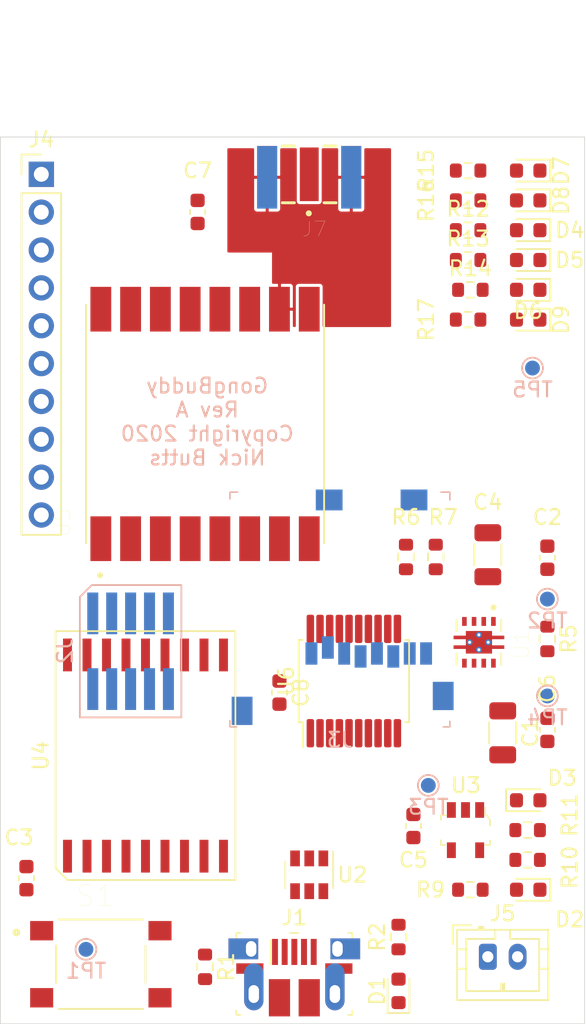
<source format=kicad_pcb>
(kicad_pcb (version 20171130) (host pcbnew "(5.1.9)-1")

  (general
    (thickness 1.6)
    (drawings 5)
    (tracks 0)
    (zones 0)
    (modules 49)
    (nets 51)
  )

  (page A4)
  (layers
    (0 F.Cu signal)
    (31 B.Cu signal)
    (32 B.Adhes user)
    (33 F.Adhes user)
    (34 B.Paste user)
    (35 F.Paste user)
    (36 B.SilkS user)
    (37 F.SilkS user)
    (38 B.Mask user)
    (39 F.Mask user)
    (40 Dwgs.User user)
    (41 Cmts.User user)
    (42 Eco1.User user)
    (43 Eco2.User user)
    (44 Edge.Cuts user)
    (45 Margin user)
    (46 B.CrtYd user)
    (47 F.CrtYd user)
    (48 B.Fab user hide)
    (49 F.Fab user hide)
  )

  (setup
    (last_trace_width 0.2032)
    (user_trace_width 0.1524)
    (user_trace_width 0.2032)
    (user_trace_width 0.254)
    (user_trace_width 0.508)
    (trace_clearance 0.2)
    (zone_clearance 0.1542)
    (zone_45_only no)
    (trace_min 0.2)
    (via_size 0.8)
    (via_drill 0.4)
    (via_min_size 0.4)
    (via_min_drill 0.3)
    (uvia_size 0.3)
    (uvia_drill 0.1)
    (uvias_allowed no)
    (uvia_min_size 0.2)
    (uvia_min_drill 0.1)
    (edge_width 0.05)
    (segment_width 0.2)
    (pcb_text_width 0.3)
    (pcb_text_size 1.5 1.5)
    (mod_edge_width 0.12)
    (mod_text_size 1 1)
    (mod_text_width 0.15)
    (pad_size 1.524 1.524)
    (pad_drill 0.762)
    (pad_to_mask_clearance 0)
    (aux_axis_origin 0 0)
    (visible_elements 7FFFFFFF)
    (pcbplotparams
      (layerselection 0x010fc_ffffffff)
      (usegerberextensions false)
      (usegerberattributes true)
      (usegerberadvancedattributes true)
      (creategerberjobfile true)
      (excludeedgelayer true)
      (linewidth 0.100000)
      (plotframeref false)
      (viasonmask false)
      (mode 1)
      (useauxorigin false)
      (hpglpennumber 1)
      (hpglpenspeed 20)
      (hpglpendiameter 15.000000)
      (psnegative false)
      (psa4output false)
      (plotreference true)
      (plotvalue true)
      (plotinvisibletext false)
      (padsonsilk false)
      (subtractmaskfromsilk false)
      (outputformat 1)
      (mirror false)
      (drillshape 1)
      (scaleselection 1)
      (outputdirectory ""))
  )

  (net 0 "")
  (net 1 GND)
  (net 2 /VBAT)
  (net 3 "Net-(C2-Pad1)")
  (net 4 VCC)
  (net 5 VBUS)
  (net 6 "Net-(D1-Pad2)")
  (net 7 "Net-(D2-Pad1)")
  (net 8 "Net-(D3-Pad2)")
  (net 9 "Net-(D4-Pad2)")
  (net 10 "Net-(D5-Pad2)")
  (net 11 "Net-(D6-Pad2)")
  (net 12 "Net-(D7-Pad2)")
  (net 13 "Net-(D8-Pad2)")
  (net 14 "Net-(D9-Pad2)")
  (net 15 "Net-(J1-Pad4)")
  (net 16 "Net-(J1-Pad3)")
  (net 17 "Net-(J1-Pad2)")
  (net 18 /NRST)
  (net 19 /SWD_IO)
  (net 20 /SWD_CLK)
  (net 21 /VDD_OUT)
  (net 22 /SPI_MISO)
  (net 23 /SPI_MOSI)
  (net 24 /SPI_CLK)
  (net 25 /DIO5)
  (net 26 /DIO4)
  (net 27 /DIO3)
  (net 28 /DIO2)
  (net 29 /DIO1)
  (net 30 /DIO0)
  (net 31 "Net-(J7-Pad1)")
  (net 32 /PG)
  (net 33 /LORA_RESET)
  (net 34 /SD_CS)
  (net 35 "Net-(R6-Pad2)")
  (net 36 "Net-(R10-Pad2)")
  (net 37 /USB_DP)
  (net 38 /USB_DM)
  (net 39 /LORA_CS)
  (net 40 /MIC_CLK)
  (net 41 "Net-(R9-Pad1)")
  (net 42 "Net-(J2-Pad7)")
  (net 43 "Net-(J2-Pad8)")
  (net 44 "Net-(J2-Pad6)")
  (net 45 /LED1)
  (net 46 /BUTTON1)
  (net 47 /IO_CS)
  (net 48 /IO_RESET)
  (net 49 /IO_INT)
  (net 50 "Net-(J1-PadSH)")

  (net_class Default "This is the default net class."
    (clearance 0.2)
    (trace_width 0.25)
    (via_dia 0.8)
    (via_drill 0.4)
    (uvia_dia 0.3)
    (uvia_drill 0.1)
    (add_net /BUTTON1)
    (add_net /DIO0)
    (add_net /DIO1)
    (add_net /DIO2)
    (add_net /DIO3)
    (add_net /DIO4)
    (add_net /DIO5)
    (add_net /IO_CS)
    (add_net /IO_INT)
    (add_net /IO_RESET)
    (add_net /LED1)
    (add_net /LORA_CS)
    (add_net /LORA_RESET)
    (add_net /MIC_CLK)
    (add_net /NRST)
    (add_net /PG)
    (add_net /SD_CS)
    (add_net /SPI_CLK)
    (add_net /SPI_MISO)
    (add_net /SPI_MOSI)
    (add_net /SWD_CLK)
    (add_net /SWD_IO)
    (add_net /USB_DM)
    (add_net /USB_DP)
    (add_net /VBAT)
    (add_net /VDD_OUT)
    (add_net GND)
    (add_net "Net-(C2-Pad1)")
    (add_net "Net-(D1-Pad2)")
    (add_net "Net-(D2-Pad1)")
    (add_net "Net-(D3-Pad2)")
    (add_net "Net-(D4-Pad2)")
    (add_net "Net-(D5-Pad2)")
    (add_net "Net-(D6-Pad2)")
    (add_net "Net-(D7-Pad2)")
    (add_net "Net-(D8-Pad2)")
    (add_net "Net-(D9-Pad2)")
    (add_net "Net-(J1-Pad2)")
    (add_net "Net-(J1-Pad3)")
    (add_net "Net-(J1-Pad4)")
    (add_net "Net-(J1-PadSH)")
    (add_net "Net-(J2-Pad6)")
    (add_net "Net-(J2-Pad7)")
    (add_net "Net-(J2-Pad8)")
    (add_net "Net-(J7-Pad1)")
    (add_net "Net-(R10-Pad2)")
    (add_net "Net-(R6-Pad2)")
    (add_net "Net-(R9-Pad1)")
    (add_net VBUS)
    (add_net VCC)
  )

  (module KicadFootprint:CortexSWD (layer B.Cu) (tedit 0) (tstamp 6094F3DA)
    (at 47 115)
    (path /60AA6D67)
    (attr smd)
    (fp_text reference J2 (at -4.41 0 -90) (layer B.SilkS)
      (effects (font (size 1 1) (thickness 0.15)) (justify mirror))
    )
    (fp_text value Conn_ARM_JTAG_SWD_10 (at 0 0) (layer B.Fab)
      (effects (font (size 1 1) (thickness 0.15)) (justify mirror))
    )
    (fp_line (start -2.61 -4.44) (end -3.41 -3.64) (layer B.SilkS) (width 0.12))
    (fp_line (start -3.41 -3.64) (end -3.41 4.44) (layer B.SilkS) (width 0.12))
    (fp_line (start -3.41 4.44) (end 3.41 4.44) (layer B.SilkS) (width 0.12))
    (fp_line (start 3.41 4.44) (end 3.41 -4.44) (layer B.SilkS) (width 0.12))
    (fp_line (start 3.41 -4.44) (end -2.61 -4.44) (layer B.SilkS) (width 0.12))
    (fp_line (start -3.16 4.19) (end 3.16 4.19) (layer B.CrtYd) (width 0.05))
    (fp_line (start 3.16 4.19) (end 3.16 -4.19) (layer B.CrtYd) (width 0.05))
    (fp_line (start 3.16 -4.19) (end -3.16 -4.19) (layer B.CrtYd) (width 0.05))
    (fp_line (start -3.16 -4.19) (end -3.16 4.19) (layer B.CrtYd) (width 0.05))
    (pad 5 smd rect (at 2.54 -2.54) (size 0.74 2.8) (layers B.Cu B.Paste B.Mask)
      (net 1 GND))
    (pad 6 smd rect (at 2.54 2.54) (size 0.74 2.8) (layers B.Cu B.Paste B.Mask)
      (net 44 "Net-(J2-Pad6)"))
    (pad 4 smd rect (at 1.27 -2.54) (size 0.74 2.8) (layers B.Cu B.Paste B.Mask)
      (net 20 /SWD_CLK))
    (pad 7 smd rect (at 1.27 2.54) (size 0.74 2.8) (layers B.Cu B.Paste B.Mask)
      (net 42 "Net-(J2-Pad7)"))
    (pad 3 smd rect (at 0 -2.54) (size 0.74 2.8) (layers B.Cu B.Paste B.Mask)
      (net 1 GND))
    (pad 8 smd rect (at 0 2.54) (size 0.74 2.8) (layers B.Cu B.Paste B.Mask)
      (net 43 "Net-(J2-Pad8)"))
    (pad 2 smd rect (at -1.27 -2.54) (size 0.74 2.8) (layers B.Cu B.Paste B.Mask)
      (net 19 /SWD_IO))
    (pad 9 smd rect (at -1.27 2.54) (size 0.74 2.8) (layers B.Cu B.Paste B.Mask)
      (net 1 GND))
    (pad 1 smd rect (at -2.54 -2.54) (size 0.74 2.8) (layers B.Cu B.Paste B.Mask)
      (net 4 VCC))
    (pad 10 smd rect (at -2.54 2.54) (size 0.74 2.8) (layers B.Cu B.Paste B.Mask)
      (net 18 /NRST))
    (model ${KIPRJMOD}/mechanical/SHF-105-01-X-D-SM.step
      (at (xyz 0 0 0))
      (scale (xyz 1 1 1))
      (rotate (xyz -90 0 0))
    )
  )

  (module Connector_PinHeader_2.54mm:PinHeader_1x10_P2.54mm_Vertical (layer F.Cu) (tedit 59FED5CC) (tstamp 60961C81)
    (at 41 83)
    (descr "Through hole straight pin header, 1x10, 2.54mm pitch, single row")
    (tags "Through hole pin header THT 1x10 2.54mm single row")
    (path /60D143A4)
    (fp_text reference J4 (at 0 -2.33) (layer F.SilkS)
      (effects (font (size 1 1) (thickness 0.15)))
    )
    (fp_text value Conn_01x10 (at 0 25.19) (layer F.Fab)
      (effects (font (size 1 1) (thickness 0.15)))
    )
    (fp_text user %R (at 0 11.43 90) (layer F.Fab)
      (effects (font (size 1 1) (thickness 0.15)))
    )
    (fp_line (start -0.635 -1.27) (end 1.27 -1.27) (layer F.Fab) (width 0.1))
    (fp_line (start 1.27 -1.27) (end 1.27 24.13) (layer F.Fab) (width 0.1))
    (fp_line (start 1.27 24.13) (end -1.27 24.13) (layer F.Fab) (width 0.1))
    (fp_line (start -1.27 24.13) (end -1.27 -0.635) (layer F.Fab) (width 0.1))
    (fp_line (start -1.27 -0.635) (end -0.635 -1.27) (layer F.Fab) (width 0.1))
    (fp_line (start -1.33 24.19) (end 1.33 24.19) (layer F.SilkS) (width 0.12))
    (fp_line (start -1.33 1.27) (end -1.33 24.19) (layer F.SilkS) (width 0.12))
    (fp_line (start 1.33 1.27) (end 1.33 24.19) (layer F.SilkS) (width 0.12))
    (fp_line (start -1.33 1.27) (end 1.33 1.27) (layer F.SilkS) (width 0.12))
    (fp_line (start -1.33 0) (end -1.33 -1.33) (layer F.SilkS) (width 0.12))
    (fp_line (start -1.33 -1.33) (end 0 -1.33) (layer F.SilkS) (width 0.12))
    (fp_line (start -1.8 -1.8) (end -1.8 24.65) (layer F.CrtYd) (width 0.05))
    (fp_line (start -1.8 24.65) (end 1.8 24.65) (layer F.CrtYd) (width 0.05))
    (fp_line (start 1.8 24.65) (end 1.8 -1.8) (layer F.CrtYd) (width 0.05))
    (fp_line (start 1.8 -1.8) (end -1.8 -1.8) (layer F.CrtYd) (width 0.05))
    (pad 10 thru_hole oval (at 0 22.86) (size 1.7 1.7) (drill 1) (layers *.Cu *.Mask)
      (net 1 GND))
    (pad 9 thru_hole oval (at 0 20.32) (size 1.7 1.7) (drill 1) (layers *.Cu *.Mask)
      (net 22 /SPI_MISO))
    (pad 8 thru_hole oval (at 0 17.78) (size 1.7 1.7) (drill 1) (layers *.Cu *.Mask)
      (net 24 /SPI_CLK))
    (pad 7 thru_hole oval (at 0 15.24) (size 1.7 1.7) (drill 1) (layers *.Cu *.Mask)
      (net 23 /SPI_MOSI))
    (pad 6 thru_hole oval (at 0 12.7) (size 1.7 1.7) (drill 1) (layers *.Cu *.Mask)
      (net 34 /SD_CS))
    (pad 5 thru_hole oval (at 0 10.16) (size 1.7 1.7) (drill 1) (layers *.Cu *.Mask)
      (net 39 /LORA_CS))
    (pad 4 thru_hole oval (at 0 7.62) (size 1.7 1.7) (drill 1) (layers *.Cu *.Mask)
      (net 47 /IO_CS))
    (pad 3 thru_hole oval (at 0 5.08) (size 1.7 1.7) (drill 1) (layers *.Cu *.Mask)
      (net 49 /IO_INT))
    (pad 2 thru_hole oval (at 0 2.54) (size 1.7 1.7) (drill 1) (layers *.Cu *.Mask)
      (net 29 /DIO1))
    (pad 1 thru_hole rect (at 0 0) (size 1.7 1.7) (drill 1) (layers *.Cu *.Mask)
      (net 30 /DIO0))
    (model ${KISYS3DMOD}/Connector_PinHeader_2.54mm.3dshapes/PinHeader_1x10_P2.54mm_Vertical.wrl
      (at (xyz 0 0 0))
      (scale (xyz 1 1 1))
      (rotate (xyz 0 0 0))
    )
  )

  (module KicadFootprint:SAMTEC_SMA-J-P-H-ST-EM1 (layer F.Cu) (tedit 6095293C) (tstamp 609611CF)
    (at 59 83 180)
    (path /5F8A7900)
    (fp_text reference J7 (at -0.34105 -3.66967) (layer F.SilkS)
      (effects (font (size 1 1) (thickness 0.015)))
    )
    (fp_text value Conn_Coaxial (at 11.20429 12.3677) (layer F.Fab)
      (effects (font (size 1 1) (thickness 0.015)))
    )
    (fp_text user PCB~EDGE (at 4.30403 1.70159) (layer F.Fab)
      (effects (font (size 0.48 0.48) (thickness 0.015)))
    )
    (fp_line (start 3.165 1.9) (end 3.165 11.42) (layer F.Fab) (width 0.1))
    (fp_line (start 3.165 11.42) (end -3.165 11.42) (layer F.Fab) (width 0.1))
    (fp_line (start -3.165 11.42) (end -3.165 1.9) (layer F.Fab) (width 0.1))
    (fp_line (start -5 1.9) (end -3.165 1.9) (layer F.Fab) (width 0.1))
    (fp_line (start -3.165 1.9) (end 3.165 1.9) (layer F.Fab) (width 0.1))
    (fp_line (start 3.165 1.9) (end 5 1.9) (layer F.Fab) (width 0.1))
    (fp_line (start -3.165 1.9) (end -3.175 -1.91) (layer F.Fab) (width 0.1))
    (fp_line (start -3.175 -1.91) (end 3.175 -1.91) (layer F.Fab) (width 0.1))
    (fp_line (start 3.175 -1.91) (end 3.165 1.9) (layer F.Fab) (width 0.1))
    (fp_line (start -1.8 1.9) (end -1 1.9) (layer F.SilkS) (width 0.2))
    (fp_line (start 1 1.9) (end 1.8 1.9) (layer F.SilkS) (width 0.2))
    (fp_line (start -1.8 -1.91) (end -1 -1.91) (layer F.SilkS) (width 0.2))
    (fp_line (start 1 -1.91) (end 1.8 -1.91) (layer F.SilkS) (width 0.2))
    (fp_circle (center 0.03 -2.62) (end 0.13 -2.62) (layer F.SilkS) (width 0.2))
    (fp_line (start -3.75 -2.55) (end 3.75 -2.55) (layer F.CrtYd) (width 0.05))
    (fp_line (start 3.75 -2.55) (end 3.75 2.15) (layer F.CrtYd) (width 0.05))
    (fp_line (start 3.75 2.15) (end 3.415 2.15) (layer F.CrtYd) (width 0.05))
    (fp_line (start 3.415 2.15) (end 3.415 11.67) (layer F.CrtYd) (width 0.05))
    (fp_line (start 3.415 11.67) (end -3.415 11.67) (layer F.CrtYd) (width 0.05))
    (fp_line (start -3.415 11.67) (end -3.415 2.15) (layer F.CrtYd) (width 0.05))
    (fp_line (start -3.415 2.15) (end -3.75 2.15) (layer F.CrtYd) (width 0.05))
    (fp_line (start -3.75 2.15) (end -3.75 -2.55) (layer F.CrtYd) (width 0.05))
    (fp_circle (center 0.03 -2.62) (end 0.13 -2.62) (layer F.Fab) (width 0.2))
    (pad 1 smd rect (at 0 0 180) (size 1.27 3.6) (layers F.Cu F.Paste F.Mask)
      (net 31 "Net-(J7-Pad1)"))
    (pad 2 smd rect (at -2.825 -0.2 180) (size 1.35 4.2) (layers F.Cu F.Paste F.Mask)
      (net 1 GND))
    (pad 2 smd rect (at 2.825 -0.2 180) (size 1.35 4.2) (layers F.Cu F.Paste F.Mask)
      (net 1 GND))
    (pad 2_2 smd rect (at -2.825 -0.2 180) (size 1.35 4.2) (layers B.Cu B.Paste B.Mask))
    (pad 3_2 smd rect (at 2.825 -0.2 180) (size 1.35 4.2) (layers B.Cu B.Paste B.Mask))
    (model ${KIPRJMOD}/mechanical/SMA-J-P-H-ST-EM1.step
      (offset (xyz 0 -4 0.5))
      (scale (xyz 1 1 1))
      (rotate (xyz 0 -90 180))
    )
  )

  (module mechanical:SW_PTS645SK50SMTR92LFS (layer F.Cu) (tedit 609499AD) (tstamp 6095174A)
    (at 45 136)
    (path /60BC1331)
    (fp_text reference S1 (at -0.375575 -4.596095) (layer F.SilkS)
      (effects (font (size 1.402165 1.402165) (thickness 0.015)))
    )
    (fp_text value PTS645SK50SMTR92LFS (at 15.23461 4.368615) (layer F.Fab)
      (effects (font (size 1.402449 1.402449) (thickness 0.015)))
    )
    (fp_line (start -3 -3) (end 3 -3) (layer F.Fab) (width 0.127))
    (fp_line (start 3 -3) (end 3 3) (layer F.Fab) (width 0.127))
    (fp_line (start 3 3) (end -3 3) (layer F.Fab) (width 0.127))
    (fp_line (start -3 3) (end -3 -3) (layer F.Fab) (width 0.127))
    (fp_line (start -2.85 -3) (end 2.85 -3) (layer F.SilkS) (width 0.127))
    (fp_line (start -3 -1.25) (end -3 1.25) (layer F.SilkS) (width 0.127))
    (fp_line (start 3 -1.25) (end 3 1.25) (layer F.SilkS) (width 0.127))
    (fp_line (start -2.85 3) (end 2.85 3) (layer F.SilkS) (width 0.127))
    (fp_circle (center -5.67 -2.13) (end -5.511888 -2.13) (layer F.SilkS) (width 0.2))
    (fp_line (start -5 -3.25) (end 5 -3.25) (layer F.CrtYd) (width 0.05))
    (fp_line (start 5 -3.25) (end 5 3.25) (layer F.CrtYd) (width 0.05))
    (fp_line (start 5 3.25) (end -5 3.25) (layer F.CrtYd) (width 0.05))
    (fp_line (start -5 3.25) (end -5 -3.25) (layer F.CrtYd) (width 0.05))
    (fp_circle (center -2.368 -2.257) (end -2.209888 -2.257) (layer F.Fab) (width 0.2))
    (pad 2 smd rect (at 3.975 -2.25) (size 1.55 1.3) (layers F.Cu F.Paste F.Mask)
      (net 46 /BUTTON1))
    (pad 4 smd rect (at 3.975 2.25) (size 1.55 1.3) (layers F.Cu F.Paste F.Mask)
      (net 1 GND))
    (pad 3 smd rect (at -3.975 2.25) (size 1.55 1.3) (layers F.Cu F.Paste F.Mask)
      (net 1 GND))
    (pad 1 smd rect (at -3.975 -2.25) (size 1.55 1.3) (layers F.Cu F.Paste F.Mask)
      (net 46 /BUTTON1))
    (model ${KIPRJMOD}/mechanical/PTS645SK50SMTR92LFS.step
      (at (xyz 0 0 0))
      (scale (xyz 1 1 1))
      (rotate (xyz -90 0 0))
    )
  )

  (module digikey-footprints:USB_Micro_B_Female_10103594-0001LF (layer F.Cu) (tedit 5D28ADB2) (tstamp 60952FB6)
    (at 58 138)
    (descr https://cdn.amphenol-icc.com/media/wysiwyg/files/drawing/10103594.pdf)
    (path /60A18E00)
    (attr smd)
    (fp_text reference J1 (at 0 -5.13) (layer F.SilkS)
      (effects (font (size 1 1) (thickness 0.15)))
    )
    (fp_text value 10103594-0001LF (at 0 2.79) (layer F.Fab)
      (effects (font (size 1 1) (thickness 0.15)))
    )
    (fp_line (start 4.68 1.75) (end 4.68 -4.22) (layer F.CrtYd) (width 0.05))
    (fp_line (start -4.68 -4.22) (end 4.68 -4.22) (layer F.CrtYd) (width 0.05))
    (fp_line (start -4.68 1.75) (end 4.68 1.75) (layer F.CrtYd) (width 0.05))
    (fp_line (start -4.68 1.75) (end -4.68 -4.22) (layer F.CrtYd) (width 0.05))
    (fp_line (start -1.6 -3.6) (end -1.6 -2) (layer F.SilkS) (width 0.1))
    (fp_line (start 0 -4.1) (end 0.3 -4.1) (layer F.SilkS) (width 0.1))
    (fp_line (start 0 -4.1) (end -0.3 -4.1) (layer F.SilkS) (width 0.1))
    (fp_line (start 3.9 1.4) (end 3.9 1.1) (layer F.SilkS) (width 0.1))
    (fp_line (start 3.9 1.4) (end 3.6 1.4) (layer F.SilkS) (width 0.1))
    (fp_line (start -3.9 1.4) (end -3.9 1.1) (layer F.SilkS) (width 0.1))
    (fp_line (start -3.9 1.4) (end -3.6 1.4) (layer F.SilkS) (width 0.1))
    (fp_line (start -3.9 -4.1) (end -3.6 -4.1) (layer F.SilkS) (width 0.1))
    (fp_line (start -3.9 -4.1) (end -3.9 -3.8) (layer F.SilkS) (width 0.1))
    (fp_line (start 3.9 -4.1) (end 3.6 -4.1) (layer F.SilkS) (width 0.1))
    (fp_line (start 3.9 -4.1) (end 3.9 -3.8) (layer F.SilkS) (width 0.1))
    (fp_line (start -3.75 1.29) (end 3.75 1.29) (layer F.Fab) (width 0.1))
    (fp_line (start 3.75 -3.97) (end 3.75 1.29) (layer F.Fab) (width 0.1))
    (fp_line (start -3.75 -3.97) (end 3.75 -3.97) (layer F.Fab) (width 0.1))
    (fp_line (start -3.75 -3.97) (end -3.75 1.29) (layer F.Fab) (width 0.1))
    (pad SH smd rect (at -1 0.25) (size 1.425 2.5) (layers F.Cu F.Paste F.Mask)
      (net 50 "Net-(J1-PadSH)"))
    (pad SH smd rect (at 2.99 -1.71) (size 1.825 0.7) (layers F.Cu F.Paste F.Mask)
      (net 50 "Net-(J1-PadSH)"))
    (pad SH thru_hole oval (at 2.725 0) (size 1.3 3.15) (drill oval 0.7 1.2 (offset 0 -0.48)) (layers *.Cu *.Mask)
      (net 50 "Net-(J1-PadSH)"))
    (pad 5 smd rect (at 1.3 -2.825) (size 0.4 1.75) (layers F.Cu F.Paste F.Mask)
      (net 1 GND))
    (pad 4 smd rect (at 0.65 -2.825) (size 0.4 1.75) (layers F.Cu F.Paste F.Mask)
      (net 15 "Net-(J1-Pad4)"))
    (pad 3 smd rect (at 0 -2.825) (size 0.4 1.75) (layers F.Cu F.Paste F.Mask)
      (net 16 "Net-(J1-Pad3)"))
    (pad 2 smd rect (at -0.65 -2.825) (size 0.4 1.75) (layers F.Cu F.Paste F.Mask)
      (net 17 "Net-(J1-Pad2)"))
    (pad SH thru_hole rect (at 2.9 -3.03) (size 2 1.4) (drill oval 0.7 1.05 (offset 0.525 0)) (layers *.Cu *.Mask)
      (net 50 "Net-(J1-PadSH)"))
    (pad 1 smd rect (at -1.3 -2.825) (size 0.4 1.75) (layers F.Cu F.Paste F.Mask)
      (net 5 VBUS))
    (pad SH thru_hole rect (at -2.9 -3.03) (size 2 1.4) (drill oval 0.7 1.05 (offset -0.525 0)) (layers *.Cu *.Mask)
      (net 50 "Net-(J1-PadSH)"))
    (pad SH thru_hole oval (at -2.725 0) (size 1.3 3.15) (drill oval 0.7 1.2 (offset 0 -0.48)) (layers *.Cu *.Mask)
      (net 50 "Net-(J1-PadSH)"))
    (pad SH smd rect (at -2.99 -1.71) (size 1.825 0.7) (layers F.Cu F.Paste F.Mask)
      (net 50 "Net-(J1-PadSH)"))
    (pad SH smd rect (at 1 0.25) (size 1.425 2.5) (layers F.Cu F.Paste F.Mask)
      (net 50 "Net-(J1-PadSH)"))
    (model ${KIPRJMOD}/mechanical/10103594-0001LF.step
      (offset (xyz 0 1.25 -0.2))
      (scale (xyz 1 1 1))
      (rotate (xyz -90 0 0))
    )
  )

  (module KicadFootprint:XCVR_RFM95W-915S2 (layer F.Cu) (tedit 6094A990) (tstamp 5F8B6A8F)
    (at 52 99.75 90)
    (path /5F891915)
    (fp_text reference U5 (at -6.63079 -9.54026 90) (layer F.SilkS)
      (effects (font (size 1 1) (thickness 0.015)))
    )
    (fp_text value RFM95W-915S2 (at 0.6917 9.5683 90) (layer F.Fab)
      (effects (font (size 1 1) (thickness 0.015)))
    )
    (fp_line (start -8 8) (end -8 -8) (layer F.Fab) (width 0.127))
    (fp_line (start -8 -8) (end 8 -8) (layer F.Fab) (width 0.127))
    (fp_line (start 8 -8) (end 8 8) (layer F.Fab) (width 0.127))
    (fp_line (start 8 8) (end -8 8) (layer F.Fab) (width 0.127))
    (fp_line (start -8.25 -8.25) (end 8.25 -8.25) (layer F.CrtYd) (width 0.05))
    (fp_line (start 8.25 -8.25) (end 8.25 -7.95) (layer F.CrtYd) (width 0.05))
    (fp_line (start 8.25 -7.95) (end 9.45 -7.95) (layer F.CrtYd) (width 0.05))
    (fp_line (start 9.45 -7.95) (end 9.45 7.95) (layer F.CrtYd) (width 0.05))
    (fp_line (start 9.45 7.95) (end 8.25 7.95) (layer F.CrtYd) (width 0.05))
    (fp_line (start 8.25 7.95) (end 8.25 8.25) (layer F.CrtYd) (width 0.05))
    (fp_line (start 8.25 8.25) (end -8.25 8.25) (layer F.CrtYd) (width 0.05))
    (fp_line (start -8.25 8.25) (end -8.25 7.95) (layer F.CrtYd) (width 0.05))
    (fp_line (start -8.25 7.95) (end -9.45 7.95) (layer F.CrtYd) (width 0.05))
    (fp_line (start -9.45 7.95) (end -9.45 -7.95) (layer F.CrtYd) (width 0.05))
    (fp_line (start -9.45 -7.95) (end -8.25 -7.95) (layer F.CrtYd) (width 0.05))
    (fp_line (start -8.25 -7.95) (end -8.25 -8.25) (layer F.CrtYd) (width 0.05))
    (fp_circle (center -10.15 -7.05) (end -10.05 -7.05) (layer F.SilkS) (width 0.2))
    (fp_circle (center -10.15 -7.05) (end -10.05 -7.05) (layer F.Fab) (width 0.2))
    (fp_line (start -8 -8) (end 8 -8) (layer F.SilkS) (width 0.127))
    (fp_line (start -8 8) (end 8 8) (layer F.SilkS) (width 0.127))
    (pad 1 smd rect (at -7.7 -7 90) (size 3 1.4) (layers F.Cu F.Paste F.Mask)
      (net 1 GND))
    (pad 2 smd rect (at -7.7 -5 90) (size 3 1.4) (layers F.Cu F.Paste F.Mask)
      (net 22 /SPI_MISO))
    (pad 3 smd rect (at -7.7 -3 90) (size 3 1.4) (layers F.Cu F.Paste F.Mask)
      (net 23 /SPI_MOSI))
    (pad 4 smd rect (at -7.7 -1 90) (size 3 1.4) (layers F.Cu F.Paste F.Mask)
      (net 24 /SPI_CLK))
    (pad 5 smd rect (at -7.7 1 90) (size 3 1.4) (layers F.Cu F.Paste F.Mask)
      (net 39 /LORA_CS))
    (pad 6 smd rect (at -7.7 3 90) (size 3 1.4) (layers F.Cu F.Paste F.Mask)
      (net 33 /LORA_RESET))
    (pad 7 smd rect (at -7.7 5 90) (size 3 1.4) (layers F.Cu F.Paste F.Mask)
      (net 25 /DIO5))
    (pad 8 smd rect (at -7.7 7 90) (size 3 1.4) (layers F.Cu F.Paste F.Mask)
      (net 1 GND))
    (pad 9 smd rect (at 7.7 7 90) (size 3 1.4) (layers F.Cu F.Paste F.Mask)
      (net 31 "Net-(J7-Pad1)"))
    (pad 10 smd rect (at 7.7 5 90) (size 3 1.4) (layers F.Cu F.Paste F.Mask)
      (net 1 GND))
    (pad 11 smd rect (at 7.7 3 90) (size 3 1.4) (layers F.Cu F.Paste F.Mask)
      (net 27 /DIO3))
    (pad 12 smd rect (at 7.7 1 90) (size 3 1.4) (layers F.Cu F.Paste F.Mask)
      (net 26 /DIO4))
    (pad 13 smd rect (at 7.7 -1 90) (size 3 1.4) (layers F.Cu F.Paste F.Mask)
      (net 4 VCC))
    (pad 14 smd rect (at 7.7 -3 90) (size 3 1.4) (layers F.Cu F.Paste F.Mask)
      (net 30 /DIO0))
    (pad 15 smd rect (at 7.7 -5 90) (size 3 1.4) (layers F.Cu F.Paste F.Mask)
      (net 29 /DIO1))
    (pad 16 smd rect (at 7.7 -7 90) (size 3 1.4) (layers F.Cu F.Paste F.Mask)
      (net 28 /DIO2))
    (model ${KIPRJMOD}/mechanical/RFM95W-915S2.step
      (at (xyz 0 0 0))
      (scale (xyz 1 1 1))
      (rotate (xyz -90 0 0))
    )
  )

  (module KicadFootprint:IC_DRV8601DRBT (layer F.Cu) (tedit 6094A858) (tstamp 5F8A7EAF)
    (at 70.4 114.4 270)
    (path /5F8D03F8)
    (fp_text reference U1 (at 0.175 -2.885 90) (layer F.SilkS)
      (effects (font (size 1 1) (thickness 0.015)))
    )
    (fp_text value TPS7A19 (at 5.89 2.885 90) (layer F.Fab)
      (effects (font (size 1 1) (thickness 0.015)))
    )
    (fp_poly (pts (xy -0.67 -0.775) (xy 0.67 -0.775) (xy 0.67 0.775) (xy -0.67 0.775)) (layer F.Paste) (width 0.01))
    (fp_circle (center -2.33 -0.975) (end -2.23 -0.975) (layer F.SilkS) (width 0.2))
    (fp_circle (center -2.33 -0.975) (end -2.23 -0.975) (layer F.Fab) (width 0.2))
    (fp_line (start -1.5 -1.5) (end 1.5 -1.5) (layer F.Fab) (width 0.127))
    (fp_line (start -1.5 1.5) (end 1.5 1.5) (layer F.Fab) (width 0.127))
    (fp_line (start -1.5 -1.5) (end -0.76 -1.5) (layer F.SilkS) (width 0.127))
    (fp_line (start 0.76 -1.5) (end 1.5 -1.5) (layer F.SilkS) (width 0.127))
    (fp_line (start -1.5 1.5) (end -0.76 1.5) (layer F.SilkS) (width 0.127))
    (fp_line (start 0.76 1.5) (end 1.5 1.5) (layer F.SilkS) (width 0.127))
    (fp_line (start -1.5 -1.5) (end -1.5 1.5) (layer F.Fab) (width 0.127))
    (fp_line (start 1.5 -1.5) (end 1.5 1.5) (layer F.Fab) (width 0.127))
    (fp_line (start -1.95 -1.95) (end 1.95 -1.95) (layer F.CrtYd) (width 0.05))
    (fp_line (start -1.95 1.95) (end 1.95 1.95) (layer F.CrtYd) (width 0.05))
    (fp_line (start -1.95 -1.95) (end -1.95 1.95) (layer F.CrtYd) (width 0.05))
    (fp_line (start 1.95 -1.95) (end 1.95 1.95) (layer F.CrtYd) (width 0.05))
    (fp_poly (pts (xy -0.75 -0.875) (xy -0.44 -0.875) (xy -0.44 -1.7) (xy -0.21 -1.7)
      (xy -0.21 -0.875) (xy 0.21 -0.875) (xy 0.21 -1.7) (xy 0.44 -1.7)
      (xy 0.44 -0.875) (xy 0.75 -0.875) (xy 0.75 0.875) (xy 0.44 0.875)
      (xy 0.44 1.7) (xy 0.21 1.7) (xy 0.21 0.875) (xy -0.21 0.875)
      (xy -0.21 1.7) (xy -0.44 1.7) (xy -0.44 0.875) (xy -0.75 0.875)) (layer F.Cu) (width 0.01))
    (fp_poly (pts (xy -0.44 -1.7) (xy -0.21 -1.7) (xy -0.21 -0.975) (xy -0.44 -0.975)) (layer F.Paste) (width 0.01))
    (fp_poly (pts (xy 0.21 -1.7) (xy 0.44 -1.7) (xy 0.44 -0.975) (xy 0.21 -0.975)) (layer F.Paste) (width 0.01))
    (fp_poly (pts (xy 0.44 1.7) (xy 0.21 1.7) (xy 0.21 0.975) (xy 0.44 0.975)) (layer F.Paste) (width 0.01))
    (fp_poly (pts (xy -0.21 1.7) (xy -0.44 1.7) (xy -0.44 0.975) (xy -0.21 0.975)) (layer F.Paste) (width 0.01))
    (fp_poly (pts (xy -0.82 -0.945) (xy -0.51 -0.945) (xy -0.51 -1.77) (xy -0.14 -1.77)
      (xy -0.14 -0.945) (xy 0.14 -0.945) (xy 0.14 -1.77) (xy 0.51 -1.77)
      (xy 0.51 -0.945) (xy 0.82 -0.945) (xy 0.82 0.945) (xy 0.51 0.945)
      (xy 0.51 1.77) (xy 0.14 1.77) (xy 0.14 0.945) (xy -0.14 0.945)
      (xy -0.14 1.77) (xy -0.51 1.77) (xy -0.51 0.945) (xy -0.82 0.945)) (layer F.Mask) (width 0.01))
    (fp_poly (pts (xy -1.77 -1.2) (xy -1.03 -1.2) (xy -1.03 -0.75) (xy -1.77 -0.75)) (layer F.Mask) (width 0.01))
    (fp_poly (pts (xy 1.03 -1.2) (xy 1.77 -1.2) (xy 1.77 -0.75) (xy 1.03 -0.75)) (layer F.Mask) (width 0.01))
    (fp_poly (pts (xy -1.77 -0.55) (xy -1.03 -0.55) (xy -1.03 -0.1) (xy -1.77 -0.1)) (layer F.Mask) (width 0.01))
    (fp_poly (pts (xy -1.77 0.1) (xy -1.03 0.1) (xy -1.03 0.55) (xy -1.77 0.55)) (layer F.Mask) (width 0.01))
    (fp_poly (pts (xy -1.77 0.75) (xy -1.03 0.75) (xy -1.03 1.2) (xy -1.77 1.2)) (layer F.Mask) (width 0.01))
    (fp_poly (pts (xy 1.03 -0.55) (xy 1.77 -0.55) (xy 1.77 -0.1) (xy 1.03 -0.1)) (layer F.Mask) (width 0.01))
    (fp_poly (pts (xy 1.03 0.1) (xy 1.77 0.1) (xy 1.77 0.55) (xy 1.03 0.55)) (layer F.Mask) (width 0.01))
    (fp_poly (pts (xy 1.03 0.75) (xy 1.77 0.75) (xy 1.77 1.2) (xy 1.03 1.2)) (layer F.Mask) (width 0.01))
    (pad 1 smd rect (at -1.4 -0.975 270) (size 0.6 0.31) (layers F.Cu F.Paste)
      (net 3 "Net-(C2-Pad1)"))
    (pad 2 smd rect (at -1.4 -0.325 270) (size 0.6 0.31) (layers F.Cu F.Paste)
      (net 4 VCC))
    (pad 3 smd rect (at -1.4 0.325 270) (size 0.6 0.31) (layers F.Cu F.Paste)
      (net 35 "Net-(R6-Pad2)"))
    (pad 4 smd rect (at -1.4 0.975 270) (size 0.6 0.31) (layers F.Cu F.Paste)
      (net 1 GND))
    (pad 5 smd rect (at 1.4 0.975 270) (size 0.6 0.31) (layers F.Cu F.Paste)
      (net 1 GND))
    (pad 6 smd rect (at 1.4 0.325 270) (size 0.6 0.31) (layers F.Cu F.Paste)
      (net 2 /VBAT))
    (pad 7 smd rect (at 1.4 -0.325 270) (size 0.6 0.31) (layers F.Cu F.Paste)
      (net 2 /VBAT))
    (pad 8 smd rect (at 1.4 -0.975 270) (size 0.6 0.31) (layers F.Cu F.Paste)
      (net 32 /PG))
    (pad 9 smd rect (at 0 0 270) (size 1.5 1.75) (layers F.Cu)
      (net 1 GND))
    (pad 10 thru_hole circle (at 0 -0.625 270) (size 0.4 0.4) (drill 0.2) (layers *.Cu))
    (pad 11 thru_hole circle (at 0.5 0 270) (size 0.4 0.4) (drill 0.2) (layers *.Cu))
    (pad 12 thru_hole circle (at -0.5 0 270) (size 0.4 0.4) (drill 0.2) (layers *.Cu))
    (pad 13 thru_hole circle (at 0 0.625 270) (size 0.4 0.4) (drill 0.2) (layers *.Cu))
    (model ${KIPRJMOD}/mechanical/TPS7A1901DRBR.step
      (at (xyz 0 0 0))
      (scale (xyz 1 1 1))
      (rotate (xyz -90 0 0))
    )
  )

  (module digikey-footprints:SOT-753 (layer F.Cu) (tedit 5D28A654) (tstamp 609555AB)
    (at 69.5 127 180)
    (path /5F89CA60)
    (attr smd)
    (fp_text reference U3 (at -0.025 3) (layer F.SilkS)
      (effects (font (size 1 1) (thickness 0.15)))
    )
    (fp_text value MCP73831T-2ACI_OT (at 0.35 4.025) (layer F.Fab)
      (effects (font (size 1 1) (thickness 0.15)))
    )
    (fp_text user %R (at 0 0.1) (layer F.Fab)
      (effects (font (size 0.75 0.75) (thickness 0.075)))
    )
    (fp_line (start -1.825 2.125) (end -1.825 -2.125) (layer F.CrtYd) (width 0.05))
    (fp_line (start 1.825 2.125) (end -1.825 2.125) (layer F.CrtYd) (width 0.05))
    (fp_line (start 1.825 -2.125) (end 1.825 2.125) (layer F.CrtYd) (width 0.05))
    (fp_line (start -1.825 -2.125) (end 1.825 -2.125) (layer F.CrtYd) (width 0.05))
    (fp_line (start -1.325 -1) (end -1.65 -1) (layer F.SilkS) (width 0.1))
    (fp_line (start -1.65 -1) (end -1.65 -0.7) (layer F.SilkS) (width 0.1))
    (fp_line (start 1.325 1) (end 1.65 1) (layer F.SilkS) (width 0.1))
    (fp_line (start 1.65 1) (end 1.65 0.7) (layer F.SilkS) (width 0.1))
    (fp_line (start 1.35 -1) (end 1.65 -1) (layer F.SilkS) (width 0.1))
    (fp_line (start 1.65 -1) (end 1.65 -0.675) (layer F.SilkS) (width 0.1))
    (fp_line (start -1.65 0.675) (end -1.425 1) (layer F.SilkS) (width 0.1))
    (fp_line (start -1.425 1) (end -1.325 1) (layer F.SilkS) (width 0.1))
    (fp_line (start -1.325 1) (end -1.325 1.525) (layer F.SilkS) (width 0.1))
    (fp_line (start -1.65 0.675) (end -1.65 0.3) (layer F.SilkS) (width 0.1))
    (fp_line (start -1.525 0.625) (end -1.525 -0.875) (layer F.Fab) (width 0.1))
    (fp_line (start -1.35 0.875) (end 1.525 0.875) (layer F.Fab) (width 0.1))
    (fp_line (start -1.525 0.625) (end -1.35 0.875) (layer F.Fab) (width 0.1))
    (fp_line (start 1.525 -0.875) (end 1.525 0.875) (layer F.Fab) (width 0.1))
    (fp_line (start -1.525 -0.875) (end 1.525 -0.875) (layer F.Fab) (width 0.1))
    (pad 1 smd rect (at -0.95 1.35 180) (size 0.6 1.05) (layers F.Cu F.Paste F.Mask)
      (net 36 "Net-(R10-Pad2)") (solder_mask_margin 0.07))
    (pad 2 smd rect (at 0 1.35 180) (size 0.6 1.05) (layers F.Cu F.Paste F.Mask)
      (net 1 GND) (solder_mask_margin 0.07))
    (pad 3 smd rect (at 0.95 1.35 180) (size 0.6 1.05) (layers F.Cu F.Paste F.Mask)
      (net 2 /VBAT) (solder_mask_margin 0.07))
    (pad 4 smd rect (at 0.95 -1.35 180) (size 0.6 1.05) (layers F.Cu F.Paste F.Mask)
      (net 5 VBUS) (solder_mask_margin 0.07))
    (pad 5 smd rect (at -0.95 -1.35 180) (size 0.6 1.05) (layers F.Cu F.Paste F.Mask)
      (net 41 "Net-(R9-Pad1)") (solder_mask_margin 0.07))
    (model ${KIPRJMOD}/mechanical/MCP73831T-2ACI_OT.step
      (at (xyz 0 0 0))
      (scale (xyz 1 1 1))
      (rotate (xyz -90 0 0))
    )
  )

  (module digikey-footprints:MicroSD_2908-05WB-MG (layer B.Cu) (tedit 5D28929F) (tstamp 5F8BD8BF)
    (at 59.15 115.15)
    (path /5F8ED138)
    (attr smd)
    (fp_text reference J3 (at 1.9 5.8) (layer B.SilkS)
      (effects (font (size 1 1) (thickness 0.15)) (justify mirror))
    )
    (fp_text value 2908-05WB-MG (at 1.925 -11.925) (layer B.Fab)
      (effects (font (size 1 1) (thickness 0.15)) (justify mirror))
    )
    (fp_text user %R (at 1.95 -5.575) (layer B.Fab)
      (effects (font (size 1 1) (thickness 0.15)) (justify mirror))
    )
    (fp_line (start -4.95 -10.825) (end -5.475 -10.825) (layer B.SilkS) (width 0.1))
    (fp_line (start -5.475 -10.825) (end -5.475 -10.375) (layer B.SilkS) (width 0.1))
    (fp_line (start 8.7 -10.825) (end 9.3 -10.825) (layer B.SilkS) (width 0.1))
    (fp_line (start 9.3 -10.825) (end 9.3 -10.3) (layer B.SilkS) (width 0.1))
    (fp_line (start -5.025 4.925) (end -5.475 4.925) (layer B.SilkS) (width 0.1))
    (fp_line (start -5.475 4.925) (end -5.475 4.5) (layer B.SilkS) (width 0.1))
    (fp_line (start 8.85 4.925) (end 9.3 4.925) (layer B.SilkS) (width 0.1))
    (fp_line (start 9.3 4.925) (end 9.3 4.55) (layer B.SilkS) (width 0.1))
    (fp_line (start -5.675 5.1) (end -5.675 -11.25) (layer B.CrtYd) (width 0.05))
    (fp_line (start 9.8 -11.25) (end -5.675 -11.25) (layer B.CrtYd) (width 0.05))
    (fp_line (start 9.8 5.1) (end 9.8 -11.25) (layer B.CrtYd) (width 0.05))
    (fp_line (start -5.675 5.1) (end 9.8 5.1) (layer B.CrtYd) (width 0.05))
    (fp_line (start -5.36 4.8) (end -5.36 -10.7) (layer B.Fab) (width 0.1))
    (fp_line (start 9.19 -10.7) (end -5.36 -10.7) (layer B.Fab) (width 0.1))
    (fp_line (start 9.19 4.8) (end 9.19 -10.7) (layer B.Fab) (width 0.1))
    (fp_line (start -5.36 4.8) (end 9.19 4.8) (layer B.Fab) (width 0.1))
    (pad 9 smd rect (at -4.66 3.85) (size 1.4 1.9) (layers B.Cu B.Paste B.Mask)
      (net 1 GND))
    (pad 9 smd rect (at 8.85 2.85) (size 1.4 1.9) (layers B.Cu B.Paste B.Mask)
      (net 1 GND))
    (pad 9 smd rect (at 6.89 -10.3) (size 1.8 1.4) (layers B.Cu B.Paste B.Mask)
      (net 1 GND))
    (pad 9 smd rect (at 1.19 -10.3) (size 1.8 1.4) (layers B.Cu B.Paste B.Mask)
      (net 1 GND))
    (pad 8 smd rect (at 7.7 0) (size 0.8 1.5) (layers B.Cu B.Paste B.Mask)
      (net 1 GND))
    (pad 7 smd rect (at 6.6 0) (size 0.8 1.5) (layers B.Cu B.Paste B.Mask)
      (net 22 /SPI_MISO))
    (pad 6 smd rect (at 5.5 0.2) (size 0.8 1.5) (layers B.Cu B.Paste B.Mask)
      (net 1 GND))
    (pad 5 smd rect (at 4.4 0) (size 0.8 1.5) (layers B.Cu B.Paste B.Mask)
      (net 24 /SPI_CLK))
    (pad 4 smd rect (at 3.3 0.2) (size 0.8 1.5) (layers B.Cu B.Paste B.Mask)
      (net 4 VCC))
    (pad 3 smd rect (at 2.2 0) (size 0.8 1.5) (layers B.Cu B.Paste B.Mask)
      (net 23 /SPI_MOSI))
    (pad 2 smd rect (at 1.1 -0.4) (size 0.8 1.5) (layers B.Cu B.Paste B.Mask)
      (net 34 /SD_CS))
    (pad 1 smd rect (at 0 0) (size 0.8 1.5) (layers B.Cu B.Paste B.Mask)
      (net 1 GND))
    (model ${KIPRJMOD}/mechanical/2908-05WB-MG.step
      (offset (xyz 2 -3 0))
      (scale (xyz 1 1 1))
      (rotate (xyz -90 0 0))
    )
  )

  (module Resistor_SMD:R_0603_1608Metric (layer F.Cu) (tedit 5F68FEEE) (tstamp 5F8B6DEB)
    (at 69.675 82.75)
    (descr "Resistor SMD 0603 (1608 Metric), square (rectangular) end terminal, IPC_7351 nominal, (Body size source: IPC-SM-782 page 72, https://www.pcb-3d.com/wordpress/wp-content/uploads/ipc-sm-782a_amendment_1_and_2.pdf), generated with kicad-footprint-generator")
    (tags resistor)
    (path /5F9F96BB)
    (attr smd)
    (fp_text reference R15 (at -2.825 0 270) (layer F.SilkS)
      (effects (font (size 1 1) (thickness 0.15)))
    )
    (fp_text value 330 (at 0 1.43) (layer F.Fab)
      (effects (font (size 1 1) (thickness 0.15)))
    )
    (fp_line (start -0.8 0.4125) (end -0.8 -0.4125) (layer F.Fab) (width 0.1))
    (fp_line (start -0.8 -0.4125) (end 0.8 -0.4125) (layer F.Fab) (width 0.1))
    (fp_line (start 0.8 -0.4125) (end 0.8 0.4125) (layer F.Fab) (width 0.1))
    (fp_line (start 0.8 0.4125) (end -0.8 0.4125) (layer F.Fab) (width 0.1))
    (fp_line (start -0.237258 -0.5225) (end 0.237258 -0.5225) (layer F.SilkS) (width 0.12))
    (fp_line (start -0.237258 0.5225) (end 0.237258 0.5225) (layer F.SilkS) (width 0.12))
    (fp_line (start -1.48 0.73) (end -1.48 -0.73) (layer F.CrtYd) (width 0.05))
    (fp_line (start -1.48 -0.73) (end 1.48 -0.73) (layer F.CrtYd) (width 0.05))
    (fp_line (start 1.48 -0.73) (end 1.48 0.73) (layer F.CrtYd) (width 0.05))
    (fp_line (start 1.48 0.73) (end -1.48 0.73) (layer F.CrtYd) (width 0.05))
    (fp_text user %R (at 0 0) (layer F.Fab)
      (effects (font (size 0.4 0.4) (thickness 0.06)))
    )
    (pad 2 smd roundrect (at 0.825 0) (size 0.8 0.95) (layers F.Cu F.Paste F.Mask) (roundrect_rratio 0.25)
      (net 12 "Net-(D7-Pad2)"))
    (pad 1 smd roundrect (at -0.825 0) (size 0.8 0.95) (layers F.Cu F.Paste F.Mask) (roundrect_rratio 0.25)
      (net 27 /DIO3))
    (model ${KISYS3DMOD}/Resistor_SMD.3dshapes/R_0603_1608Metric.wrl
      (at (xyz 0 0 0))
      (scale (xyz 1 1 1))
      (rotate (xyz 0 0 0))
    )
  )

  (module Resistor_SMD:R_0603_1608Metric (layer F.Cu) (tedit 5F68FEEE) (tstamp 5F8BB848)
    (at 69.825 90.75)
    (descr "Resistor SMD 0603 (1608 Metric), square (rectangular) end terminal, IPC_7351 nominal, (Body size source: IPC-SM-782 page 72, https://www.pcb-3d.com/wordpress/wp-content/uploads/ipc-sm-782a_amendment_1_and_2.pdf), generated with kicad-footprint-generator")
    (tags resistor)
    (path /5F9EF42F)
    (attr smd)
    (fp_text reference R14 (at 0 -1.43) (layer F.SilkS)
      (effects (font (size 1 1) (thickness 0.15)))
    )
    (fp_text value 330 (at 0 1.43) (layer F.Fab)
      (effects (font (size 1 1) (thickness 0.15)))
    )
    (fp_line (start 1.48 0.73) (end -1.48 0.73) (layer F.CrtYd) (width 0.05))
    (fp_line (start 1.48 -0.73) (end 1.48 0.73) (layer F.CrtYd) (width 0.05))
    (fp_line (start -1.48 -0.73) (end 1.48 -0.73) (layer F.CrtYd) (width 0.05))
    (fp_line (start -1.48 0.73) (end -1.48 -0.73) (layer F.CrtYd) (width 0.05))
    (fp_line (start -0.237258 0.5225) (end 0.237258 0.5225) (layer F.SilkS) (width 0.12))
    (fp_line (start -0.237258 -0.5225) (end 0.237258 -0.5225) (layer F.SilkS) (width 0.12))
    (fp_line (start 0.8 0.4125) (end -0.8 0.4125) (layer F.Fab) (width 0.1))
    (fp_line (start 0.8 -0.4125) (end 0.8 0.4125) (layer F.Fab) (width 0.1))
    (fp_line (start -0.8 -0.4125) (end 0.8 -0.4125) (layer F.Fab) (width 0.1))
    (fp_line (start -0.8 0.4125) (end -0.8 -0.4125) (layer F.Fab) (width 0.1))
    (fp_text user %R (at 0 0) (layer F.Fab)
      (effects (font (size 0.4 0.4) (thickness 0.06)))
    )
    (pad 2 smd roundrect (at 0.825 0) (size 0.8 0.95) (layers F.Cu F.Paste F.Mask) (roundrect_rratio 0.25)
      (net 11 "Net-(D6-Pad2)"))
    (pad 1 smd roundrect (at -0.825 0) (size 0.8 0.95) (layers F.Cu F.Paste F.Mask) (roundrect_rratio 0.25)
      (net 28 /DIO2))
    (model ${KISYS3DMOD}/Resistor_SMD.3dshapes/R_0603_1608Metric.wrl
      (at (xyz 0 0 0))
      (scale (xyz 1 1 1))
      (rotate (xyz 0 0 0))
    )
  )

  (module Resistor_SMD:R_0603_1608Metric (layer F.Cu) (tedit 5F68FEEE) (tstamp 5F8B6D8B)
    (at 69.675 86.75)
    (descr "Resistor SMD 0603 (1608 Metric), square (rectangular) end terminal, IPC_7351 nominal, (Body size source: IPC-SM-782 page 72, https://www.pcb-3d.com/wordpress/wp-content/uploads/ipc-sm-782a_amendment_1_and_2.pdf), generated with kicad-footprint-generator")
    (tags resistor)
    (path /5F9C4488)
    (attr smd)
    (fp_text reference R12 (at 0 -1.43) (layer F.SilkS)
      (effects (font (size 1 1) (thickness 0.15)))
    )
    (fp_text value 330 (at 0 1.43) (layer F.Fab)
      (effects (font (size 1 1) (thickness 0.15)))
    )
    (fp_line (start -0.8 0.4125) (end -0.8 -0.4125) (layer F.Fab) (width 0.1))
    (fp_line (start -0.8 -0.4125) (end 0.8 -0.4125) (layer F.Fab) (width 0.1))
    (fp_line (start 0.8 -0.4125) (end 0.8 0.4125) (layer F.Fab) (width 0.1))
    (fp_line (start 0.8 0.4125) (end -0.8 0.4125) (layer F.Fab) (width 0.1))
    (fp_line (start -0.237258 -0.5225) (end 0.237258 -0.5225) (layer F.SilkS) (width 0.12))
    (fp_line (start -0.237258 0.5225) (end 0.237258 0.5225) (layer F.SilkS) (width 0.12))
    (fp_line (start -1.48 0.73) (end -1.48 -0.73) (layer F.CrtYd) (width 0.05))
    (fp_line (start -1.48 -0.73) (end 1.48 -0.73) (layer F.CrtYd) (width 0.05))
    (fp_line (start 1.48 -0.73) (end 1.48 0.73) (layer F.CrtYd) (width 0.05))
    (fp_line (start 1.48 0.73) (end -1.48 0.73) (layer F.CrtYd) (width 0.05))
    (fp_text user %R (at 0 0) (layer F.Fab)
      (effects (font (size 0.4 0.4) (thickness 0.06)))
    )
    (pad 2 smd roundrect (at 0.825 0) (size 0.8 0.95) (layers F.Cu F.Paste F.Mask) (roundrect_rratio 0.25)
      (net 9 "Net-(D4-Pad2)"))
    (pad 1 smd roundrect (at -0.825 0) (size 0.8 0.95) (layers F.Cu F.Paste F.Mask) (roundrect_rratio 0.25)
      (net 30 /DIO0))
    (model ${KISYS3DMOD}/Resistor_SMD.3dshapes/R_0603_1608Metric.wrl
      (at (xyz 0 0 0))
      (scale (xyz 1 1 1))
      (rotate (xyz 0 0 0))
    )
  )

  (module Resistor_SMD:R_0603_1608Metric (layer F.Cu) (tedit 5F68FEEE) (tstamp 5F8B6D5B)
    (at 69.675 88.75)
    (descr "Resistor SMD 0603 (1608 Metric), square (rectangular) end terminal, IPC_7351 nominal, (Body size source: IPC-SM-782 page 72, https://www.pcb-3d.com/wordpress/wp-content/uploads/ipc-sm-782a_amendment_1_and_2.pdf), generated with kicad-footprint-generator")
    (tags resistor)
    (path /5F9E525B)
    (attr smd)
    (fp_text reference R13 (at 0 -1.43) (layer F.SilkS)
      (effects (font (size 1 1) (thickness 0.15)))
    )
    (fp_text value 330 (at 0 1.43) (layer F.Fab)
      (effects (font (size 1 1) (thickness 0.15)))
    )
    (fp_line (start -0.8 0.4125) (end -0.8 -0.4125) (layer F.Fab) (width 0.1))
    (fp_line (start -0.8 -0.4125) (end 0.8 -0.4125) (layer F.Fab) (width 0.1))
    (fp_line (start 0.8 -0.4125) (end 0.8 0.4125) (layer F.Fab) (width 0.1))
    (fp_line (start 0.8 0.4125) (end -0.8 0.4125) (layer F.Fab) (width 0.1))
    (fp_line (start -0.237258 -0.5225) (end 0.237258 -0.5225) (layer F.SilkS) (width 0.12))
    (fp_line (start -0.237258 0.5225) (end 0.237258 0.5225) (layer F.SilkS) (width 0.12))
    (fp_line (start -1.48 0.73) (end -1.48 -0.73) (layer F.CrtYd) (width 0.05))
    (fp_line (start -1.48 -0.73) (end 1.48 -0.73) (layer F.CrtYd) (width 0.05))
    (fp_line (start 1.48 -0.73) (end 1.48 0.73) (layer F.CrtYd) (width 0.05))
    (fp_line (start 1.48 0.73) (end -1.48 0.73) (layer F.CrtYd) (width 0.05))
    (fp_text user %R (at 0 0) (layer F.Fab)
      (effects (font (size 0.4 0.4) (thickness 0.06)))
    )
    (pad 2 smd roundrect (at 0.825 0) (size 0.8 0.95) (layers F.Cu F.Paste F.Mask) (roundrect_rratio 0.25)
      (net 10 "Net-(D5-Pad2)"))
    (pad 1 smd roundrect (at -0.825 0) (size 0.8 0.95) (layers F.Cu F.Paste F.Mask) (roundrect_rratio 0.25)
      (net 29 /DIO1))
    (model ${KISYS3DMOD}/Resistor_SMD.3dshapes/R_0603_1608Metric.wrl
      (at (xyz 0 0 0))
      (scale (xyz 1 1 1))
      (rotate (xyz 0 0 0))
    )
  )

  (module LED_SMD:LED_0603_1608Metric (layer F.Cu) (tedit 5F68FEF1) (tstamp 5F8BB40D)
    (at 73.7125 90.75 180)
    (descr "LED SMD 0603 (1608 Metric), square (rectangular) end terminal, IPC_7351 nominal, (Body size source: http://www.tortai-tech.com/upload/download/2011102023233369053.pdf), generated with kicad-footprint-generator")
    (tags LED)
    (path /5F9EF429)
    (attr smd)
    (fp_text reference D6 (at 0 -1.43) (layer F.SilkS)
      (effects (font (size 1 1) (thickness 0.15)))
    )
    (fp_text value LED (at 0 1.43) (layer F.Fab)
      (effects (font (size 1 1) (thickness 0.15)))
    )
    (fp_line (start 1.48 0.73) (end -1.48 0.73) (layer F.CrtYd) (width 0.05))
    (fp_line (start 1.48 -0.73) (end 1.48 0.73) (layer F.CrtYd) (width 0.05))
    (fp_line (start -1.48 -0.73) (end 1.48 -0.73) (layer F.CrtYd) (width 0.05))
    (fp_line (start -1.48 0.73) (end -1.48 -0.73) (layer F.CrtYd) (width 0.05))
    (fp_line (start -1.485 0.735) (end 0.8 0.735) (layer F.SilkS) (width 0.12))
    (fp_line (start -1.485 -0.735) (end -1.485 0.735) (layer F.SilkS) (width 0.12))
    (fp_line (start 0.8 -0.735) (end -1.485 -0.735) (layer F.SilkS) (width 0.12))
    (fp_line (start 0.8 0.4) (end 0.8 -0.4) (layer F.Fab) (width 0.1))
    (fp_line (start -0.8 0.4) (end 0.8 0.4) (layer F.Fab) (width 0.1))
    (fp_line (start -0.8 -0.1) (end -0.8 0.4) (layer F.Fab) (width 0.1))
    (fp_line (start -0.5 -0.4) (end -0.8 -0.1) (layer F.Fab) (width 0.1))
    (fp_line (start 0.8 -0.4) (end -0.5 -0.4) (layer F.Fab) (width 0.1))
    (fp_text user %R (at 0 0) (layer F.Fab)
      (effects (font (size 0.4 0.4) (thickness 0.06)))
    )
    (pad 2 smd roundrect (at 0.7875 0 180) (size 0.875 0.95) (layers F.Cu F.Paste F.Mask) (roundrect_rratio 0.25)
      (net 11 "Net-(D6-Pad2)"))
    (pad 1 smd roundrect (at -0.7875 0 180) (size 0.875 0.95) (layers F.Cu F.Paste F.Mask) (roundrect_rratio 0.25)
      (net 1 GND))
    (model ${KISYS3DMOD}/LED_SMD.3dshapes/LED_0603_1608Metric.wrl
      (at (xyz 0 0 0))
      (scale (xyz 1 1 1))
      (rotate (xyz 0 0 0))
    )
  )

  (module Resistor_SMD:R_0603_1608Metric (layer F.Cu) (tedit 5F68FEEE) (tstamp 5F8B6E1B)
    (at 69.675 84.75)
    (descr "Resistor SMD 0603 (1608 Metric), square (rectangular) end terminal, IPC_7351 nominal, (Body size source: IPC-SM-782 page 72, https://www.pcb-3d.com/wordpress/wp-content/uploads/ipc-sm-782a_amendment_1_and_2.pdf), generated with kicad-footprint-generator")
    (tags resistor)
    (path /5FA6098A)
    (attr smd)
    (fp_text reference R16 (at -2.825 0 270) (layer F.SilkS)
      (effects (font (size 1 1) (thickness 0.15)))
    )
    (fp_text value 330 (at 0 1.43) (layer F.Fab)
      (effects (font (size 1 1) (thickness 0.15)))
    )
    (fp_line (start -0.8 0.4125) (end -0.8 -0.4125) (layer F.Fab) (width 0.1))
    (fp_line (start -0.8 -0.4125) (end 0.8 -0.4125) (layer F.Fab) (width 0.1))
    (fp_line (start 0.8 -0.4125) (end 0.8 0.4125) (layer F.Fab) (width 0.1))
    (fp_line (start 0.8 0.4125) (end -0.8 0.4125) (layer F.Fab) (width 0.1))
    (fp_line (start -0.237258 -0.5225) (end 0.237258 -0.5225) (layer F.SilkS) (width 0.12))
    (fp_line (start -0.237258 0.5225) (end 0.237258 0.5225) (layer F.SilkS) (width 0.12))
    (fp_line (start -1.48 0.73) (end -1.48 -0.73) (layer F.CrtYd) (width 0.05))
    (fp_line (start -1.48 -0.73) (end 1.48 -0.73) (layer F.CrtYd) (width 0.05))
    (fp_line (start 1.48 -0.73) (end 1.48 0.73) (layer F.CrtYd) (width 0.05))
    (fp_line (start 1.48 0.73) (end -1.48 0.73) (layer F.CrtYd) (width 0.05))
    (fp_text user %R (at 0 0) (layer F.Fab)
      (effects (font (size 0.4 0.4) (thickness 0.06)))
    )
    (pad 2 smd roundrect (at 0.825 0) (size 0.8 0.95) (layers F.Cu F.Paste F.Mask) (roundrect_rratio 0.25)
      (net 13 "Net-(D8-Pad2)"))
    (pad 1 smd roundrect (at -0.825 0) (size 0.8 0.95) (layers F.Cu F.Paste F.Mask) (roundrect_rratio 0.25)
      (net 26 /DIO4))
    (model ${KISYS3DMOD}/Resistor_SMD.3dshapes/R_0603_1608Metric.wrl
      (at (xyz 0 0 0))
      (scale (xyz 1 1 1))
      (rotate (xyz 0 0 0))
    )
  )

  (module Resistor_SMD:R_0603_1608Metric (layer F.Cu) (tedit 5F68FEEE) (tstamp 5F8B6E4B)
    (at 69.675 92.75)
    (descr "Resistor SMD 0603 (1608 Metric), square (rectangular) end terminal, IPC_7351 nominal, (Body size source: IPC-SM-782 page 72, https://www.pcb-3d.com/wordpress/wp-content/uploads/ipc-sm-782a_amendment_1_and_2.pdf), generated with kicad-footprint-generator")
    (tags resistor)
    (path /5FA6B3DF)
    (attr smd)
    (fp_text reference R17 (at -2.825 0 270) (layer F.SilkS)
      (effects (font (size 1 1) (thickness 0.15)))
    )
    (fp_text value 330 (at 0 1.43) (layer F.Fab)
      (effects (font (size 1 1) (thickness 0.15)))
    )
    (fp_line (start -0.8 0.4125) (end -0.8 -0.4125) (layer F.Fab) (width 0.1))
    (fp_line (start -0.8 -0.4125) (end 0.8 -0.4125) (layer F.Fab) (width 0.1))
    (fp_line (start 0.8 -0.4125) (end 0.8 0.4125) (layer F.Fab) (width 0.1))
    (fp_line (start 0.8 0.4125) (end -0.8 0.4125) (layer F.Fab) (width 0.1))
    (fp_line (start -0.237258 -0.5225) (end 0.237258 -0.5225) (layer F.SilkS) (width 0.12))
    (fp_line (start -0.237258 0.5225) (end 0.237258 0.5225) (layer F.SilkS) (width 0.12))
    (fp_line (start -1.48 0.73) (end -1.48 -0.73) (layer F.CrtYd) (width 0.05))
    (fp_line (start -1.48 -0.73) (end 1.48 -0.73) (layer F.CrtYd) (width 0.05))
    (fp_line (start 1.48 -0.73) (end 1.48 0.73) (layer F.CrtYd) (width 0.05))
    (fp_line (start 1.48 0.73) (end -1.48 0.73) (layer F.CrtYd) (width 0.05))
    (fp_text user %R (at 0 0) (layer F.Fab)
      (effects (font (size 0.4 0.4) (thickness 0.06)))
    )
    (pad 2 smd roundrect (at 0.825 0) (size 0.8 0.95) (layers F.Cu F.Paste F.Mask) (roundrect_rratio 0.25)
      (net 14 "Net-(D9-Pad2)"))
    (pad 1 smd roundrect (at -0.825 0) (size 0.8 0.95) (layers F.Cu F.Paste F.Mask) (roundrect_rratio 0.25)
      (net 25 /DIO5))
    (model ${KISYS3DMOD}/Resistor_SMD.3dshapes/R_0603_1608Metric.wrl
      (at (xyz 0 0 0))
      (scale (xyz 1 1 1))
      (rotate (xyz 0 0 0))
    )
  )

  (module LED_SMD:LED_0603_1608Metric (layer F.Cu) (tedit 5F68FEF1) (tstamp 5F8B6FA6)
    (at 73.7125 88.75 180)
    (descr "LED SMD 0603 (1608 Metric), square (rectangular) end terminal, IPC_7351 nominal, (Body size source: http://www.tortai-tech.com/upload/download/2011102023233369053.pdf), generated with kicad-footprint-generator")
    (tags LED)
    (path /5F9E5255)
    (attr smd)
    (fp_text reference D5 (at -2.7875 0) (layer F.SilkS)
      (effects (font (size 1 1) (thickness 0.15)))
    )
    (fp_text value LED (at 0 1.43) (layer F.Fab)
      (effects (font (size 1 1) (thickness 0.15)))
    )
    (fp_line (start 0.8 -0.4) (end -0.5 -0.4) (layer F.Fab) (width 0.1))
    (fp_line (start -0.5 -0.4) (end -0.8 -0.1) (layer F.Fab) (width 0.1))
    (fp_line (start -0.8 -0.1) (end -0.8 0.4) (layer F.Fab) (width 0.1))
    (fp_line (start -0.8 0.4) (end 0.8 0.4) (layer F.Fab) (width 0.1))
    (fp_line (start 0.8 0.4) (end 0.8 -0.4) (layer F.Fab) (width 0.1))
    (fp_line (start 0.8 -0.735) (end -1.485 -0.735) (layer F.SilkS) (width 0.12))
    (fp_line (start -1.485 -0.735) (end -1.485 0.735) (layer F.SilkS) (width 0.12))
    (fp_line (start -1.485 0.735) (end 0.8 0.735) (layer F.SilkS) (width 0.12))
    (fp_line (start -1.48 0.73) (end -1.48 -0.73) (layer F.CrtYd) (width 0.05))
    (fp_line (start -1.48 -0.73) (end 1.48 -0.73) (layer F.CrtYd) (width 0.05))
    (fp_line (start 1.48 -0.73) (end 1.48 0.73) (layer F.CrtYd) (width 0.05))
    (fp_line (start 1.48 0.73) (end -1.48 0.73) (layer F.CrtYd) (width 0.05))
    (fp_text user %R (at 0 0) (layer F.Fab)
      (effects (font (size 0.4 0.4) (thickness 0.06)))
    )
    (pad 2 smd roundrect (at 0.7875 0 180) (size 0.875 0.95) (layers F.Cu F.Paste F.Mask) (roundrect_rratio 0.25)
      (net 10 "Net-(D5-Pad2)"))
    (pad 1 smd roundrect (at -0.7875 0 180) (size 0.875 0.95) (layers F.Cu F.Paste F.Mask) (roundrect_rratio 0.25)
      (net 1 GND))
    (model ${KISYS3DMOD}/LED_SMD.3dshapes/LED_0603_1608Metric.wrl
      (at (xyz 0 0 0))
      (scale (xyz 1 1 1))
      (rotate (xyz 0 0 0))
    )
  )

  (module LED_SMD:LED_0603_1608Metric (layer F.Cu) (tedit 5F68FEF1) (tstamp 5F8B6EB9)
    (at 73.7125 84.75 180)
    (descr "LED SMD 0603 (1608 Metric), square (rectangular) end terminal, IPC_7351 nominal, (Body size source: http://www.tortai-tech.com/upload/download/2011102023233369053.pdf), generated with kicad-footprint-generator")
    (tags LED)
    (path /5FA60984)
    (attr smd)
    (fp_text reference D8 (at -2.2125 0 270) (layer F.SilkS)
      (effects (font (size 1 1) (thickness 0.15)))
    )
    (fp_text value LED (at 0 1.43) (layer F.Fab)
      (effects (font (size 1 1) (thickness 0.15)))
    )
    (fp_line (start 0.8 -0.4) (end -0.5 -0.4) (layer F.Fab) (width 0.1))
    (fp_line (start -0.5 -0.4) (end -0.8 -0.1) (layer F.Fab) (width 0.1))
    (fp_line (start -0.8 -0.1) (end -0.8 0.4) (layer F.Fab) (width 0.1))
    (fp_line (start -0.8 0.4) (end 0.8 0.4) (layer F.Fab) (width 0.1))
    (fp_line (start 0.8 0.4) (end 0.8 -0.4) (layer F.Fab) (width 0.1))
    (fp_line (start 0.8 -0.735) (end -1.485 -0.735) (layer F.SilkS) (width 0.12))
    (fp_line (start -1.485 -0.735) (end -1.485 0.735) (layer F.SilkS) (width 0.12))
    (fp_line (start -1.485 0.735) (end 0.8 0.735) (layer F.SilkS) (width 0.12))
    (fp_line (start -1.48 0.73) (end -1.48 -0.73) (layer F.CrtYd) (width 0.05))
    (fp_line (start -1.48 -0.73) (end 1.48 -0.73) (layer F.CrtYd) (width 0.05))
    (fp_line (start 1.48 -0.73) (end 1.48 0.73) (layer F.CrtYd) (width 0.05))
    (fp_line (start 1.48 0.73) (end -1.48 0.73) (layer F.CrtYd) (width 0.05))
    (fp_text user %R (at 0 0) (layer F.Fab)
      (effects (font (size 0.4 0.4) (thickness 0.06)))
    )
    (pad 2 smd roundrect (at 0.7875 0 180) (size 0.875 0.95) (layers F.Cu F.Paste F.Mask) (roundrect_rratio 0.25)
      (net 13 "Net-(D8-Pad2)"))
    (pad 1 smd roundrect (at -0.7875 0 180) (size 0.875 0.95) (layers F.Cu F.Paste F.Mask) (roundrect_rratio 0.25)
      (net 1 GND))
    (model ${KISYS3DMOD}/LED_SMD.3dshapes/LED_0603_1608Metric.wrl
      (at (xyz 0 0 0))
      (scale (xyz 1 1 1))
      (rotate (xyz 0 0 0))
    )
  )

  (module LED_SMD:LED_0603_1608Metric (layer F.Cu) (tedit 5F68FEF1) (tstamp 5F8B6EEF)
    (at 73.7125 82.75 180)
    (descr "LED SMD 0603 (1608 Metric), square (rectangular) end terminal, IPC_7351 nominal, (Body size source: http://www.tortai-tech.com/upload/download/2011102023233369053.pdf), generated with kicad-footprint-generator")
    (tags LED)
    (path /5F9F96B5)
    (attr smd)
    (fp_text reference D7 (at -2.2125 0 270) (layer F.SilkS)
      (effects (font (size 1 1) (thickness 0.15)))
    )
    (fp_text value LED (at 0 1.43) (layer F.Fab)
      (effects (font (size 1 1) (thickness 0.15)))
    )
    (fp_line (start 0.8 -0.4) (end -0.5 -0.4) (layer F.Fab) (width 0.1))
    (fp_line (start -0.5 -0.4) (end -0.8 -0.1) (layer F.Fab) (width 0.1))
    (fp_line (start -0.8 -0.1) (end -0.8 0.4) (layer F.Fab) (width 0.1))
    (fp_line (start -0.8 0.4) (end 0.8 0.4) (layer F.Fab) (width 0.1))
    (fp_line (start 0.8 0.4) (end 0.8 -0.4) (layer F.Fab) (width 0.1))
    (fp_line (start 0.8 -0.735) (end -1.485 -0.735) (layer F.SilkS) (width 0.12))
    (fp_line (start -1.485 -0.735) (end -1.485 0.735) (layer F.SilkS) (width 0.12))
    (fp_line (start -1.485 0.735) (end 0.8 0.735) (layer F.SilkS) (width 0.12))
    (fp_line (start -1.48 0.73) (end -1.48 -0.73) (layer F.CrtYd) (width 0.05))
    (fp_line (start -1.48 -0.73) (end 1.48 -0.73) (layer F.CrtYd) (width 0.05))
    (fp_line (start 1.48 -0.73) (end 1.48 0.73) (layer F.CrtYd) (width 0.05))
    (fp_line (start 1.48 0.73) (end -1.48 0.73) (layer F.CrtYd) (width 0.05))
    (fp_text user %R (at 0 0) (layer F.Fab)
      (effects (font (size 0.4 0.4) (thickness 0.06)))
    )
    (pad 2 smd roundrect (at 0.7875 0 180) (size 0.875 0.95) (layers F.Cu F.Paste F.Mask) (roundrect_rratio 0.25)
      (net 12 "Net-(D7-Pad2)"))
    (pad 1 smd roundrect (at -0.7875 0 180) (size 0.875 0.95) (layers F.Cu F.Paste F.Mask) (roundrect_rratio 0.25)
      (net 1 GND))
    (model ${KISYS3DMOD}/LED_SMD.3dshapes/LED_0603_1608Metric.wrl
      (at (xyz 0 0 0))
      (scale (xyz 1 1 1))
      (rotate (xyz 0 0 0))
    )
  )

  (module LED_SMD:LED_0603_1608Metric (layer F.Cu) (tedit 5F68FEF1) (tstamp 5F8B6FDC)
    (at 73.7125 86.75 180)
    (descr "LED SMD 0603 (1608 Metric), square (rectangular) end terminal, IPC_7351 nominal, (Body size source: http://www.tortai-tech.com/upload/download/2011102023233369053.pdf), generated with kicad-footprint-generator")
    (tags LED)
    (path /5F9C2AE8)
    (attr smd)
    (fp_text reference D4 (at -2.7875 0) (layer F.SilkS)
      (effects (font (size 1 1) (thickness 0.15)))
    )
    (fp_text value LED (at 0 1.43) (layer F.Fab)
      (effects (font (size 1 1) (thickness 0.15)))
    )
    (fp_line (start 0.8 -0.4) (end -0.5 -0.4) (layer F.Fab) (width 0.1))
    (fp_line (start -0.5 -0.4) (end -0.8 -0.1) (layer F.Fab) (width 0.1))
    (fp_line (start -0.8 -0.1) (end -0.8 0.4) (layer F.Fab) (width 0.1))
    (fp_line (start -0.8 0.4) (end 0.8 0.4) (layer F.Fab) (width 0.1))
    (fp_line (start 0.8 0.4) (end 0.8 -0.4) (layer F.Fab) (width 0.1))
    (fp_line (start 0.8 -0.735) (end -1.485 -0.735) (layer F.SilkS) (width 0.12))
    (fp_line (start -1.485 -0.735) (end -1.485 0.735) (layer F.SilkS) (width 0.12))
    (fp_line (start -1.485 0.735) (end 0.8 0.735) (layer F.SilkS) (width 0.12))
    (fp_line (start -1.48 0.73) (end -1.48 -0.73) (layer F.CrtYd) (width 0.05))
    (fp_line (start -1.48 -0.73) (end 1.48 -0.73) (layer F.CrtYd) (width 0.05))
    (fp_line (start 1.48 -0.73) (end 1.48 0.73) (layer F.CrtYd) (width 0.05))
    (fp_line (start 1.48 0.73) (end -1.48 0.73) (layer F.CrtYd) (width 0.05))
    (fp_text user %R (at 0 0) (layer F.Fab)
      (effects (font (size 0.4 0.4) (thickness 0.06)))
    )
    (pad 2 smd roundrect (at 0.7875 0 180) (size 0.875 0.95) (layers F.Cu F.Paste F.Mask) (roundrect_rratio 0.25)
      (net 9 "Net-(D4-Pad2)"))
    (pad 1 smd roundrect (at -0.7875 0 180) (size 0.875 0.95) (layers F.Cu F.Paste F.Mask) (roundrect_rratio 0.25)
      (net 1 GND))
    (model ${KISYS3DMOD}/LED_SMD.3dshapes/LED_0603_1608Metric.wrl
      (at (xyz 0 0 0))
      (scale (xyz 1 1 1))
      (rotate (xyz 0 0 0))
    )
  )

  (module LED_SMD:LED_0603_1608Metric (layer F.Cu) (tedit 5F68FEF1) (tstamp 5F8B6F25)
    (at 73.7125 92.75 180)
    (descr "LED SMD 0603 (1608 Metric), square (rectangular) end terminal, IPC_7351 nominal, (Body size source: http://www.tortai-tech.com/upload/download/2011102023233369053.pdf), generated with kicad-footprint-generator")
    (tags LED)
    (path /5FA6B3D9)
    (attr smd)
    (fp_text reference D9 (at -2.2125 0 270) (layer F.SilkS)
      (effects (font (size 1 1) (thickness 0.15)))
    )
    (fp_text value LED (at 0 1.43) (layer F.Fab)
      (effects (font (size 1 1) (thickness 0.15)))
    )
    (fp_line (start 0.8 -0.4) (end -0.5 -0.4) (layer F.Fab) (width 0.1))
    (fp_line (start -0.5 -0.4) (end -0.8 -0.1) (layer F.Fab) (width 0.1))
    (fp_line (start -0.8 -0.1) (end -0.8 0.4) (layer F.Fab) (width 0.1))
    (fp_line (start -0.8 0.4) (end 0.8 0.4) (layer F.Fab) (width 0.1))
    (fp_line (start 0.8 0.4) (end 0.8 -0.4) (layer F.Fab) (width 0.1))
    (fp_line (start 0.8 -0.735) (end -1.485 -0.735) (layer F.SilkS) (width 0.12))
    (fp_line (start -1.485 -0.735) (end -1.485 0.735) (layer F.SilkS) (width 0.12))
    (fp_line (start -1.485 0.735) (end 0.8 0.735) (layer F.SilkS) (width 0.12))
    (fp_line (start -1.48 0.73) (end -1.48 -0.73) (layer F.CrtYd) (width 0.05))
    (fp_line (start -1.48 -0.73) (end 1.48 -0.73) (layer F.CrtYd) (width 0.05))
    (fp_line (start 1.48 -0.73) (end 1.48 0.73) (layer F.CrtYd) (width 0.05))
    (fp_line (start 1.48 0.73) (end -1.48 0.73) (layer F.CrtYd) (width 0.05))
    (fp_text user %R (at 0 0) (layer F.Fab)
      (effects (font (size 0.4 0.4) (thickness 0.06)))
    )
    (pad 2 smd roundrect (at 0.7875 0 180) (size 0.875 0.95) (layers F.Cu F.Paste F.Mask) (roundrect_rratio 0.25)
      (net 14 "Net-(D9-Pad2)"))
    (pad 1 smd roundrect (at -0.7875 0 180) (size 0.875 0.95) (layers F.Cu F.Paste F.Mask) (roundrect_rratio 0.25)
      (net 1 GND))
    (model ${KISYS3DMOD}/LED_SMD.3dshapes/LED_0603_1608Metric.wrl
      (at (xyz 0 0 0))
      (scale (xyz 1 1 1))
      (rotate (xyz 0 0 0))
    )
  )

  (module Capacitor_SMD:C_1206_3216Metric (layer F.Cu) (tedit 5F68FEEE) (tstamp 5F91AE74)
    (at 71 108.525 90)
    (descr "Capacitor SMD 1206 (3216 Metric), square (rectangular) end terminal, IPC_7351 nominal, (Body size source: IPC-SM-782 page 76, https://www.pcb-3d.com/wordpress/wp-content/uploads/ipc-sm-782a_amendment_1_and_2.pdf), generated with kicad-footprint-generator")
    (tags capacitor)
    (path /5F8F5F20)
    (attr smd)
    (fp_text reference C4 (at 3.525 0 180) (layer F.SilkS)
      (effects (font (size 1 1) (thickness 0.15)))
    )
    (fp_text value 22u (at 0 1.85 90) (layer F.Fab)
      (effects (font (size 1 1) (thickness 0.15)))
    )
    (fp_line (start 2.3 1.15) (end -2.3 1.15) (layer F.CrtYd) (width 0.05))
    (fp_line (start 2.3 -1.15) (end 2.3 1.15) (layer F.CrtYd) (width 0.05))
    (fp_line (start -2.3 -1.15) (end 2.3 -1.15) (layer F.CrtYd) (width 0.05))
    (fp_line (start -2.3 1.15) (end -2.3 -1.15) (layer F.CrtYd) (width 0.05))
    (fp_line (start -0.711252 0.91) (end 0.711252 0.91) (layer F.SilkS) (width 0.12))
    (fp_line (start -0.711252 -0.91) (end 0.711252 -0.91) (layer F.SilkS) (width 0.12))
    (fp_line (start 1.6 0.8) (end -1.6 0.8) (layer F.Fab) (width 0.1))
    (fp_line (start 1.6 -0.8) (end 1.6 0.8) (layer F.Fab) (width 0.1))
    (fp_line (start -1.6 -0.8) (end 1.6 -0.8) (layer F.Fab) (width 0.1))
    (fp_line (start -1.6 0.8) (end -1.6 -0.8) (layer F.Fab) (width 0.1))
    (fp_text user %R (at 0 0 90) (layer F.Fab)
      (effects (font (size 0.8 0.8) (thickness 0.12)))
    )
    (pad 2 smd roundrect (at 1.475 0 90) (size 1.15 1.8) (layers F.Cu F.Paste F.Mask) (roundrect_rratio 0.217391)
      (net 1 GND))
    (pad 1 smd roundrect (at -1.475 0 90) (size 1.15 1.8) (layers F.Cu F.Paste F.Mask) (roundrect_rratio 0.217391)
      (net 4 VCC))
    (model ${KISYS3DMOD}/Capacitor_SMD.3dshapes/C_1206_3216Metric.wrl
      (at (xyz 0 0 0))
      (scale (xyz 1 1 1))
      (rotate (xyz 0 0 0))
    )
  )

  (module Capacitor_SMD:C_1206_3216Metric (layer F.Cu) (tedit 5F68FEEE) (tstamp 5F91AE64)
    (at 72 120.475 270)
    (descr "Capacitor SMD 1206 (3216 Metric), square (rectangular) end terminal, IPC_7351 nominal, (Body size source: IPC-SM-782 page 76, https://www.pcb-3d.com/wordpress/wp-content/uploads/ipc-sm-782a_amendment_1_and_2.pdf), generated with kicad-footprint-generator")
    (tags capacitor)
    (path /5F8D5102)
    (attr smd)
    (fp_text reference C1 (at 0 -1.85 90) (layer F.SilkS)
      (effects (font (size 1 1) (thickness 0.15)))
    )
    (fp_text value 22u (at 0 1.85 90) (layer F.Fab)
      (effects (font (size 1 1) (thickness 0.15)))
    )
    (fp_line (start 2.3 1.15) (end -2.3 1.15) (layer F.CrtYd) (width 0.05))
    (fp_line (start 2.3 -1.15) (end 2.3 1.15) (layer F.CrtYd) (width 0.05))
    (fp_line (start -2.3 -1.15) (end 2.3 -1.15) (layer F.CrtYd) (width 0.05))
    (fp_line (start -2.3 1.15) (end -2.3 -1.15) (layer F.CrtYd) (width 0.05))
    (fp_line (start -0.711252 0.91) (end 0.711252 0.91) (layer F.SilkS) (width 0.12))
    (fp_line (start -0.711252 -0.91) (end 0.711252 -0.91) (layer F.SilkS) (width 0.12))
    (fp_line (start 1.6 0.8) (end -1.6 0.8) (layer F.Fab) (width 0.1))
    (fp_line (start 1.6 -0.8) (end 1.6 0.8) (layer F.Fab) (width 0.1))
    (fp_line (start -1.6 -0.8) (end 1.6 -0.8) (layer F.Fab) (width 0.1))
    (fp_line (start -1.6 0.8) (end -1.6 -0.8) (layer F.Fab) (width 0.1))
    (fp_text user %R (at 0 0 90) (layer F.Fab)
      (effects (font (size 0.8 0.8) (thickness 0.12)))
    )
    (pad 2 smd roundrect (at 1.475 0 270) (size 1.15 1.8) (layers F.Cu F.Paste F.Mask) (roundrect_rratio 0.217391)
      (net 1 GND))
    (pad 1 smd roundrect (at -1.475 0 270) (size 1.15 1.8) (layers F.Cu F.Paste F.Mask) (roundrect_rratio 0.217391)
      (net 2 /VBAT))
    (model ${KISYS3DMOD}/Capacitor_SMD.3dshapes/C_1206_3216Metric.wrl
      (at (xyz 0 0 0))
      (scale (xyz 1 1 1))
      (rotate (xyz 0 0 0))
    )
  )

  (module Capacitor_SMD:C_0603_1608Metric (layer F.Cu) (tedit 5F68FEEE) (tstamp 6095565F)
    (at 66 126.725 270)
    (descr "Capacitor SMD 0603 (1608 Metric), square (rectangular) end terminal, IPC_7351 nominal, (Body size source: IPC-SM-782 page 76, https://www.pcb-3d.com/wordpress/wp-content/uploads/ipc-sm-782a_amendment_1_and_2.pdf), generated with kicad-footprint-generator")
    (tags capacitor)
    (path /5F8A1B7D)
    (attr smd)
    (fp_text reference C5 (at 2.275 0 180) (layer F.SilkS)
      (effects (font (size 1 1) (thickness 0.15)))
    )
    (fp_text value 10u (at 0 1.43 90) (layer F.Fab)
      (effects (font (size 1 1) (thickness 0.15)))
    )
    (fp_line (start -0.8 0.4) (end -0.8 -0.4) (layer F.Fab) (width 0.1))
    (fp_line (start -0.8 -0.4) (end 0.8 -0.4) (layer F.Fab) (width 0.1))
    (fp_line (start 0.8 -0.4) (end 0.8 0.4) (layer F.Fab) (width 0.1))
    (fp_line (start 0.8 0.4) (end -0.8 0.4) (layer F.Fab) (width 0.1))
    (fp_line (start -0.14058 -0.51) (end 0.14058 -0.51) (layer F.SilkS) (width 0.12))
    (fp_line (start -0.14058 0.51) (end 0.14058 0.51) (layer F.SilkS) (width 0.12))
    (fp_line (start -1.48 0.73) (end -1.48 -0.73) (layer F.CrtYd) (width 0.05))
    (fp_line (start -1.48 -0.73) (end 1.48 -0.73) (layer F.CrtYd) (width 0.05))
    (fp_line (start 1.48 -0.73) (end 1.48 0.73) (layer F.CrtYd) (width 0.05))
    (fp_line (start 1.48 0.73) (end -1.48 0.73) (layer F.CrtYd) (width 0.05))
    (fp_text user %R (at 0 0 90) (layer F.Fab)
      (effects (font (size 0.4 0.4) (thickness 0.06)))
    )
    (pad 2 smd roundrect (at 0.775 0 270) (size 0.9 0.95) (layers F.Cu F.Paste F.Mask) (roundrect_rratio 0.25)
      (net 1 GND))
    (pad 1 smd roundrect (at -0.775 0 270) (size 0.9 0.95) (layers F.Cu F.Paste F.Mask) (roundrect_rratio 0.25)
      (net 5 VBUS))
    (model ${KISYS3DMOD}/Capacitor_SMD.3dshapes/C_0603_1608Metric.wrl
      (at (xyz 0 0 0))
      (scale (xyz 1 1 1))
      (rotate (xyz 0 0 0))
    )
  )

  (module KicadFootprint:ST_Sensortile (layer F.Cu) (tedit 5F8A45BC) (tstamp 5F8AF25D)
    (at 48 122)
    (path /5F897C4E)
    (attr smd)
    (fp_text reference U4 (at -7.04 0 90) (layer F.SilkS)
      (effects (font (size 1 1) (thickness 0.15)))
    )
    (fp_text value ST_Sensortile (at 0 0) (layer F.Fab)
      (effects (font (size 1 1) (thickness 0.15)))
    )
    (fp_line (start -5.24 8.35) (end -6.04 7.55) (layer F.SilkS) (width 0.12))
    (fp_line (start -6.04 7.55) (end -6.04 -8.35) (layer F.SilkS) (width 0.12))
    (fp_line (start -6.04 -8.35) (end 6.04 -8.35) (layer F.SilkS) (width 0.12))
    (fp_line (start 6.04 -8.35) (end 6.04 8.35) (layer F.SilkS) (width 0.12))
    (fp_line (start 6.04 8.35) (end -5.24 8.35) (layer F.SilkS) (width 0.12))
    (fp_line (start -5.79 -8.1) (end 5.79 -8.1) (layer F.CrtYd) (width 0.05))
    (fp_line (start 5.79 -8.1) (end 5.79 8.1) (layer F.CrtYd) (width 0.05))
    (fp_line (start 5.79 8.1) (end -5.79 8.1) (layer F.CrtYd) (width 0.05))
    (fp_line (start -5.79 8.1) (end -5.79 -8.1) (layer F.CrtYd) (width 0.05))
    (pad 9 smd rect (at 5.24 6.75) (size 0.6 2.2) (layers F.Cu F.Paste F.Mask)
      (net 22 /SPI_MISO))
    (pad 10 smd rect (at 5.24 -6.75) (size 0.6 2.2) (layers F.Cu F.Paste F.Mask)
      (net 23 /SPI_MOSI))
    (pad 8 smd rect (at 3.93 6.75) (size 0.6 2.2) (layers F.Cu F.Paste F.Mask)
      (net 24 /SPI_CLK))
    (pad 11 smd rect (at 3.93 -6.75) (size 0.6 2.2) (layers F.Cu F.Paste F.Mask)
      (net 47 /IO_CS))
    (pad 7 smd rect (at 2.62 6.75) (size 0.6 2.2) (layers F.Cu F.Paste F.Mask)
      (net 38 /USB_DM))
    (pad 12 smd rect (at 2.62 -6.75) (size 0.6 2.2) (layers F.Cu F.Paste F.Mask)
      (net 48 /IO_RESET))
    (pad 6 smd rect (at 1.31 6.75) (size 0.6 2.2) (layers F.Cu F.Paste F.Mask)
      (net 37 /USB_DP))
    (pad 13 smd rect (at 1.31 -6.75) (size 0.6 2.2) (layers F.Cu F.Paste F.Mask)
      (net 49 /IO_INT))
    (pad 5 smd rect (at 0 6.75) (size 0.6 2.2) (layers F.Cu F.Paste F.Mask)
      (net 1 GND))
    (pad 14 smd rect (at 0 -6.75) (size 0.6 2.2) (layers F.Cu F.Paste F.Mask)
      (net 18 /NRST))
    (pad 4 smd rect (at -1.31 6.75) (size 0.6 2.2) (layers F.Cu F.Paste F.Mask)
      (net 4 VCC))
    (pad 15 smd rect (at -1.31 -6.75) (size 0.6 2.2) (layers F.Cu F.Paste F.Mask)
      (net 20 /SWD_CLK))
    (pad 3 smd rect (at -2.62 6.75) (size 0.6 2.2) (layers F.Cu F.Paste F.Mask)
      (net 4 VCC))
    (pad 16 smd rect (at -2.62 -6.75) (size 0.6 2.2) (layers F.Cu F.Paste F.Mask)
      (net 19 /SWD_IO))
    (pad 2 smd rect (at -3.93 6.75) (size 0.6 2.2) (layers F.Cu F.Paste F.Mask)
      (net 21 /VDD_OUT))
    (pad 17 smd rect (at -3.93 -6.75) (size 0.6 2.2) (layers F.Cu F.Paste F.Mask)
      (net 1 GND))
    (pad 1 smd rect (at -5.24 6.75) (size 0.6 2.2) (layers F.Cu F.Paste F.Mask)
      (net 40 /MIC_CLK))
    (pad 18 smd rect (at -5.24 -6.75) (size 0.6 2.2) (layers F.Cu F.Paste F.Mask)
      (net 1 GND))
    (model mechanical/SensorTile_STLCS01V1.STEP
      (offset (xyz 6.3 -6.75 0))
      (scale (xyz 1 1 1))
      (rotate (xyz 0 0 -90))
    )
  )

  (module Package_TO_SOT_SMD:SOT-23-6 (layer F.Cu) (tedit 5A02FF57) (tstamp 5F8BDA22)
    (at 59 130 270)
    (descr "6-pin SOT-23 package")
    (tags SOT-23-6)
    (path /5F8BCC2F)
    (attr smd)
    (fp_text reference U2 (at 0 -2.9 180) (layer F.SilkS)
      (effects (font (size 1 1) (thickness 0.15)))
    )
    (fp_text value USBLC6-2SC6 (at 0 2.9 90) (layer F.Fab)
      (effects (font (size 1 1) (thickness 0.15)))
    )
    (fp_line (start -0.9 1.61) (end 0.9 1.61) (layer F.SilkS) (width 0.12))
    (fp_line (start 0.9 -1.61) (end -1.55 -1.61) (layer F.SilkS) (width 0.12))
    (fp_line (start 1.9 -1.8) (end -1.9 -1.8) (layer F.CrtYd) (width 0.05))
    (fp_line (start 1.9 1.8) (end 1.9 -1.8) (layer F.CrtYd) (width 0.05))
    (fp_line (start -1.9 1.8) (end 1.9 1.8) (layer F.CrtYd) (width 0.05))
    (fp_line (start -1.9 -1.8) (end -1.9 1.8) (layer F.CrtYd) (width 0.05))
    (fp_line (start -0.9 -0.9) (end -0.25 -1.55) (layer F.Fab) (width 0.1))
    (fp_line (start 0.9 -1.55) (end -0.25 -1.55) (layer F.Fab) (width 0.1))
    (fp_line (start -0.9 -0.9) (end -0.9 1.55) (layer F.Fab) (width 0.1))
    (fp_line (start 0.9 1.55) (end -0.9 1.55) (layer F.Fab) (width 0.1))
    (fp_line (start 0.9 -1.55) (end 0.9 1.55) (layer F.Fab) (width 0.1))
    (fp_text user %R (at 0 0) (layer F.Fab)
      (effects (font (size 0.5 0.5) (thickness 0.075)))
    )
    (pad 5 smd rect (at 1.1 0 270) (size 1.06 0.65) (layers F.Cu F.Paste F.Mask)
      (net 5 VBUS))
    (pad 6 smd rect (at 1.1 -0.95 270) (size 1.06 0.65) (layers F.Cu F.Paste F.Mask)
      (net 16 "Net-(J1-Pad3)"))
    (pad 4 smd rect (at 1.1 0.95 270) (size 1.06 0.65) (layers F.Cu F.Paste F.Mask)
      (net 17 "Net-(J1-Pad2)"))
    (pad 3 smd rect (at -1.1 0.95 270) (size 1.06 0.65) (layers F.Cu F.Paste F.Mask)
      (net 38 /USB_DM))
    (pad 2 smd rect (at -1.1 0 270) (size 1.06 0.65) (layers F.Cu F.Paste F.Mask)
      (net 1 GND))
    (pad 1 smd rect (at -1.1 -0.95 270) (size 1.06 0.65) (layers F.Cu F.Paste F.Mask)
      (net 37 /USB_DP))
    (model ${KISYS3DMOD}/Package_TO_SOT_SMD.3dshapes/SOT-23-6.wrl
      (at (xyz 0 0 0))
      (scale (xyz 1 1 1))
      (rotate (xyz 0 0 0))
    )
  )

  (module Resistor_SMD:R_0603_1608Metric (layer F.Cu) (tedit 5F68FEEE) (tstamp 609556BF)
    (at 73.675 127)
    (descr "Resistor SMD 0603 (1608 Metric), square (rectangular) end terminal, IPC_7351 nominal, (Body size source: IPC-SM-782 page 72, https://www.pcb-3d.com/wordpress/wp-content/uploads/ipc-sm-782a_amendment_1_and_2.pdf), generated with kicad-footprint-generator")
    (tags resistor)
    (path /5F8ACAAA)
    (attr smd)
    (fp_text reference R11 (at 2.825 -1 90) (layer F.SilkS)
      (effects (font (size 1 1) (thickness 0.15)))
    )
    (fp_text value 330 (at 0 1.43) (layer F.Fab)
      (effects (font (size 1 1) (thickness 0.15)))
    )
    (fp_line (start -0.8 0.4125) (end -0.8 -0.4125) (layer F.Fab) (width 0.1))
    (fp_line (start -0.8 -0.4125) (end 0.8 -0.4125) (layer F.Fab) (width 0.1))
    (fp_line (start 0.8 -0.4125) (end 0.8 0.4125) (layer F.Fab) (width 0.1))
    (fp_line (start 0.8 0.4125) (end -0.8 0.4125) (layer F.Fab) (width 0.1))
    (fp_line (start -0.237258 -0.5225) (end 0.237258 -0.5225) (layer F.SilkS) (width 0.12))
    (fp_line (start -0.237258 0.5225) (end 0.237258 0.5225) (layer F.SilkS) (width 0.12))
    (fp_line (start -1.48 0.73) (end -1.48 -0.73) (layer F.CrtYd) (width 0.05))
    (fp_line (start -1.48 -0.73) (end 1.48 -0.73) (layer F.CrtYd) (width 0.05))
    (fp_line (start 1.48 -0.73) (end 1.48 0.73) (layer F.CrtYd) (width 0.05))
    (fp_line (start 1.48 0.73) (end -1.48 0.73) (layer F.CrtYd) (width 0.05))
    (fp_text user %R (at 0 0) (layer F.Fab)
      (effects (font (size 0.4 0.4) (thickness 0.06)))
    )
    (pad 2 smd roundrect (at 0.825 0) (size 0.8 0.95) (layers F.Cu F.Paste F.Mask) (roundrect_rratio 0.25)
      (net 8 "Net-(D3-Pad2)"))
    (pad 1 smd roundrect (at -0.825 0) (size 0.8 0.95) (layers F.Cu F.Paste F.Mask) (roundrect_rratio 0.25)
      (net 36 "Net-(R10-Pad2)"))
    (model ${KISYS3DMOD}/Resistor_SMD.3dshapes/R_0603_1608Metric.wrl
      (at (xyz 0 0 0))
      (scale (xyz 1 1 1))
      (rotate (xyz 0 0 0))
    )
  )

  (module Resistor_SMD:R_0603_1608Metric (layer F.Cu) (tedit 5F68FEEE) (tstamp 609556EF)
    (at 73.675 129 180)
    (descr "Resistor SMD 0603 (1608 Metric), square (rectangular) end terminal, IPC_7351 nominal, (Body size source: IPC-SM-782 page 72, https://www.pcb-3d.com/wordpress/wp-content/uploads/ipc-sm-782a_amendment_1_and_2.pdf), generated with kicad-footprint-generator")
    (tags resistor)
    (path /5F8AB3F6)
    (attr smd)
    (fp_text reference R10 (at -2.825 -0.5 90) (layer F.SilkS)
      (effects (font (size 1 1) (thickness 0.15)))
    )
    (fp_text value 330 (at 0 1.43) (layer F.Fab)
      (effects (font (size 1 1) (thickness 0.15)))
    )
    (fp_line (start -0.8 0.4125) (end -0.8 -0.4125) (layer F.Fab) (width 0.1))
    (fp_line (start -0.8 -0.4125) (end 0.8 -0.4125) (layer F.Fab) (width 0.1))
    (fp_line (start 0.8 -0.4125) (end 0.8 0.4125) (layer F.Fab) (width 0.1))
    (fp_line (start 0.8 0.4125) (end -0.8 0.4125) (layer F.Fab) (width 0.1))
    (fp_line (start -0.237258 -0.5225) (end 0.237258 -0.5225) (layer F.SilkS) (width 0.12))
    (fp_line (start -0.237258 0.5225) (end 0.237258 0.5225) (layer F.SilkS) (width 0.12))
    (fp_line (start -1.48 0.73) (end -1.48 -0.73) (layer F.CrtYd) (width 0.05))
    (fp_line (start -1.48 -0.73) (end 1.48 -0.73) (layer F.CrtYd) (width 0.05))
    (fp_line (start 1.48 -0.73) (end 1.48 0.73) (layer F.CrtYd) (width 0.05))
    (fp_line (start 1.48 0.73) (end -1.48 0.73) (layer F.CrtYd) (width 0.05))
    (fp_text user %R (at 0 0) (layer F.Fab)
      (effects (font (size 0.4 0.4) (thickness 0.06)))
    )
    (pad 2 smd roundrect (at 0.825 0 180) (size 0.8 0.95) (layers F.Cu F.Paste F.Mask) (roundrect_rratio 0.25)
      (net 36 "Net-(R10-Pad2)"))
    (pad 1 smd roundrect (at -0.825 0 180) (size 0.8 0.95) (layers F.Cu F.Paste F.Mask) (roundrect_rratio 0.25)
      (net 7 "Net-(D2-Pad1)"))
    (model ${KISYS3DMOD}/Resistor_SMD.3dshapes/R_0603_1608Metric.wrl
      (at (xyz 0 0 0))
      (scale (xyz 1 1 1))
      (rotate (xyz 0 0 0))
    )
  )

  (module Resistor_SMD:R_0603_1608Metric (layer F.Cu) (tedit 5F68FEEE) (tstamp 6095568F)
    (at 69.825 131 180)
    (descr "Resistor SMD 0603 (1608 Metric), square (rectangular) end terminal, IPC_7351 nominal, (Body size source: IPC-SM-782 page 72, https://www.pcb-3d.com/wordpress/wp-content/uploads/ipc-sm-782a_amendment_1_and_2.pdf), generated with kicad-footprint-generator")
    (tags resistor)
    (path /5F8A414C)
    (attr smd)
    (fp_text reference R9 (at 2.675 0) (layer F.SilkS)
      (effects (font (size 1 1) (thickness 0.15)))
    )
    (fp_text value 2k (at 0 1.43) (layer F.Fab)
      (effects (font (size 1 1) (thickness 0.15)))
    )
    (fp_line (start -0.8 0.4125) (end -0.8 -0.4125) (layer F.Fab) (width 0.1))
    (fp_line (start -0.8 -0.4125) (end 0.8 -0.4125) (layer F.Fab) (width 0.1))
    (fp_line (start 0.8 -0.4125) (end 0.8 0.4125) (layer F.Fab) (width 0.1))
    (fp_line (start 0.8 0.4125) (end -0.8 0.4125) (layer F.Fab) (width 0.1))
    (fp_line (start -0.237258 -0.5225) (end 0.237258 -0.5225) (layer F.SilkS) (width 0.12))
    (fp_line (start -0.237258 0.5225) (end 0.237258 0.5225) (layer F.SilkS) (width 0.12))
    (fp_line (start -1.48 0.73) (end -1.48 -0.73) (layer F.CrtYd) (width 0.05))
    (fp_line (start -1.48 -0.73) (end 1.48 -0.73) (layer F.CrtYd) (width 0.05))
    (fp_line (start 1.48 -0.73) (end 1.48 0.73) (layer F.CrtYd) (width 0.05))
    (fp_line (start 1.48 0.73) (end -1.48 0.73) (layer F.CrtYd) (width 0.05))
    (fp_text user %R (at 0 0) (layer F.Fab)
      (effects (font (size 0.4 0.4) (thickness 0.06)))
    )
    (pad 2 smd roundrect (at 0.825 0 180) (size 0.8 0.95) (layers F.Cu F.Paste F.Mask) (roundrect_rratio 0.25)
      (net 1 GND))
    (pad 1 smd roundrect (at -0.825 0 180) (size 0.8 0.95) (layers F.Cu F.Paste F.Mask) (roundrect_rratio 0.25)
      (net 41 "Net-(R9-Pad1)"))
    (model ${KISYS3DMOD}/Resistor_SMD.3dshapes/R_0603_1608Metric.wrl
      (at (xyz 0 0 0))
      (scale (xyz 1 1 1))
      (rotate (xyz 0 0 0))
    )
  )

  (module Resistor_SMD:R_0603_1608Metric (layer F.Cu) (tedit 5F68FEEE) (tstamp 5F8A7DE8)
    (at 67.5 108.675 90)
    (descr "Resistor SMD 0603 (1608 Metric), square (rectangular) end terminal, IPC_7351 nominal, (Body size source: IPC-SM-782 page 72, https://www.pcb-3d.com/wordpress/wp-content/uploads/ipc-sm-782a_amendment_1_and_2.pdf), generated with kicad-footprint-generator")
    (tags resistor)
    (path /5F8E1C30)
    (attr smd)
    (fp_text reference R7 (at 2.675 0.5 180) (layer F.SilkS)
      (effects (font (size 1 1) (thickness 0.15)))
    )
    (fp_text value 11k (at 0 1.43 90) (layer F.Fab)
      (effects (font (size 1 1) (thickness 0.15)))
    )
    (fp_line (start -0.8 0.4125) (end -0.8 -0.4125) (layer F.Fab) (width 0.1))
    (fp_line (start -0.8 -0.4125) (end 0.8 -0.4125) (layer F.Fab) (width 0.1))
    (fp_line (start 0.8 -0.4125) (end 0.8 0.4125) (layer F.Fab) (width 0.1))
    (fp_line (start 0.8 0.4125) (end -0.8 0.4125) (layer F.Fab) (width 0.1))
    (fp_line (start -0.237258 -0.5225) (end 0.237258 -0.5225) (layer F.SilkS) (width 0.12))
    (fp_line (start -0.237258 0.5225) (end 0.237258 0.5225) (layer F.SilkS) (width 0.12))
    (fp_line (start -1.48 0.73) (end -1.48 -0.73) (layer F.CrtYd) (width 0.05))
    (fp_line (start -1.48 -0.73) (end 1.48 -0.73) (layer F.CrtYd) (width 0.05))
    (fp_line (start 1.48 -0.73) (end 1.48 0.73) (layer F.CrtYd) (width 0.05))
    (fp_line (start 1.48 0.73) (end -1.48 0.73) (layer F.CrtYd) (width 0.05))
    (fp_text user %R (at 0 0 90) (layer F.Fab)
      (effects (font (size 0.4 0.4) (thickness 0.06)))
    )
    (pad 2 smd roundrect (at 0.825 0 90) (size 0.8 0.95) (layers F.Cu F.Paste F.Mask) (roundrect_rratio 0.25)
      (net 1 GND))
    (pad 1 smd roundrect (at -0.825 0 90) (size 0.8 0.95) (layers F.Cu F.Paste F.Mask) (roundrect_rratio 0.25)
      (net 35 "Net-(R6-Pad2)"))
    (model ${KISYS3DMOD}/Resistor_SMD.3dshapes/R_0603_1608Metric.wrl
      (at (xyz 0 0 0))
      (scale (xyz 1 1 1))
      (rotate (xyz 0 0 0))
    )
  )

  (module Resistor_SMD:R_0603_1608Metric (layer F.Cu) (tedit 5F68FEEE) (tstamp 5F8A7DD7)
    (at 65.5 108.675 270)
    (descr "Resistor SMD 0603 (1608 Metric), square (rectangular) end terminal, IPC_7351 nominal, (Body size source: IPC-SM-782 page 72, https://www.pcb-3d.com/wordpress/wp-content/uploads/ipc-sm-782a_amendment_1_and_2.pdf), generated with kicad-footprint-generator")
    (tags resistor)
    (path /5F8D4D52)
    (attr smd)
    (fp_text reference R6 (at -2.675 0 180) (layer F.SilkS)
      (effects (font (size 1 1) (thickness 0.15)))
    )
    (fp_text value 15.8k (at 0 1.43 90) (layer F.Fab)
      (effects (font (size 1 1) (thickness 0.15)))
    )
    (fp_line (start -0.8 0.4125) (end -0.8 -0.4125) (layer F.Fab) (width 0.1))
    (fp_line (start -0.8 -0.4125) (end 0.8 -0.4125) (layer F.Fab) (width 0.1))
    (fp_line (start 0.8 -0.4125) (end 0.8 0.4125) (layer F.Fab) (width 0.1))
    (fp_line (start 0.8 0.4125) (end -0.8 0.4125) (layer F.Fab) (width 0.1))
    (fp_line (start -0.237258 -0.5225) (end 0.237258 -0.5225) (layer F.SilkS) (width 0.12))
    (fp_line (start -0.237258 0.5225) (end 0.237258 0.5225) (layer F.SilkS) (width 0.12))
    (fp_line (start -1.48 0.73) (end -1.48 -0.73) (layer F.CrtYd) (width 0.05))
    (fp_line (start -1.48 -0.73) (end 1.48 -0.73) (layer F.CrtYd) (width 0.05))
    (fp_line (start 1.48 -0.73) (end 1.48 0.73) (layer F.CrtYd) (width 0.05))
    (fp_line (start 1.48 0.73) (end -1.48 0.73) (layer F.CrtYd) (width 0.05))
    (fp_text user %R (at 0 0 90) (layer F.Fab)
      (effects (font (size 0.4 0.4) (thickness 0.06)))
    )
    (pad 2 smd roundrect (at 0.825 0 270) (size 0.8 0.95) (layers F.Cu F.Paste F.Mask) (roundrect_rratio 0.25)
      (net 35 "Net-(R6-Pad2)"))
    (pad 1 smd roundrect (at -0.825 0 270) (size 0.8 0.95) (layers F.Cu F.Paste F.Mask) (roundrect_rratio 0.25)
      (net 4 VCC))
    (model ${KISYS3DMOD}/Resistor_SMD.3dshapes/R_0603_1608Metric.wrl
      (at (xyz 0 0 0))
      (scale (xyz 1 1 1))
      (rotate (xyz 0 0 0))
    )
  )

  (module Resistor_SMD:R_0603_1608Metric (layer F.Cu) (tedit 5F68FEEE) (tstamp 5F8A7DC6)
    (at 75 114.175 270)
    (descr "Resistor SMD 0603 (1608 Metric), square (rectangular) end terminal, IPC_7351 nominal, (Body size source: IPC-SM-782 page 72, https://www.pcb-3d.com/wordpress/wp-content/uploads/ipc-sm-782a_amendment_1_and_2.pdf), generated with kicad-footprint-generator")
    (tags resistor)
    (path /5F8EBA78)
    (attr smd)
    (fp_text reference R5 (at 0 -1.43 90) (layer F.SilkS)
      (effects (font (size 1 1) (thickness 0.15)))
    )
    (fp_text value 10k (at 0 1.43 90) (layer F.Fab)
      (effects (font (size 1 1) (thickness 0.15)))
    )
    (fp_line (start -0.8 0.4125) (end -0.8 -0.4125) (layer F.Fab) (width 0.1))
    (fp_line (start -0.8 -0.4125) (end 0.8 -0.4125) (layer F.Fab) (width 0.1))
    (fp_line (start 0.8 -0.4125) (end 0.8 0.4125) (layer F.Fab) (width 0.1))
    (fp_line (start 0.8 0.4125) (end -0.8 0.4125) (layer F.Fab) (width 0.1))
    (fp_line (start -0.237258 -0.5225) (end 0.237258 -0.5225) (layer F.SilkS) (width 0.12))
    (fp_line (start -0.237258 0.5225) (end 0.237258 0.5225) (layer F.SilkS) (width 0.12))
    (fp_line (start -1.48 0.73) (end -1.48 -0.73) (layer F.CrtYd) (width 0.05))
    (fp_line (start -1.48 -0.73) (end 1.48 -0.73) (layer F.CrtYd) (width 0.05))
    (fp_line (start 1.48 -0.73) (end 1.48 0.73) (layer F.CrtYd) (width 0.05))
    (fp_line (start 1.48 0.73) (end -1.48 0.73) (layer F.CrtYd) (width 0.05))
    (fp_text user %R (at 0 0 90) (layer F.Fab)
      (effects (font (size 0.4 0.4) (thickness 0.06)))
    )
    (pad 2 smd roundrect (at 0.825 0 270) (size 0.8 0.95) (layers F.Cu F.Paste F.Mask) (roundrect_rratio 0.25)
      (net 32 /PG))
    (pad 1 smd roundrect (at -0.825 0 270) (size 0.8 0.95) (layers F.Cu F.Paste F.Mask) (roundrect_rratio 0.25)
      (net 4 VCC))
    (model ${KISYS3DMOD}/Resistor_SMD.3dshapes/R_0603_1608Metric.wrl
      (at (xyz 0 0 0))
      (scale (xyz 1 1 1))
      (rotate (xyz 0 0 0))
    )
  )

  (module Connector_JST:JST_PH_B2B-PH-K_1x02_P2.00mm_Vertical (layer F.Cu) (tedit 5B7745C2) (tstamp 5F8BD757)
    (at 71 135.5)
    (descr "JST PH series connector, B2B-PH-K (http://www.jst-mfg.com/product/pdf/eng/ePH.pdf), generated with kicad-footprint-generator")
    (tags "connector JST PH side entry")
    (path /5F8B6F4C)
    (fp_text reference J5 (at 1 -2.9) (layer F.SilkS)
      (effects (font (size 1 1) (thickness 0.15)))
    )
    (fp_text value Conn_01x02 (at 1 4) (layer F.Fab)
      (effects (font (size 1 1) (thickness 0.15)))
    )
    (fp_line (start -2.06 -1.81) (end -2.06 2.91) (layer F.SilkS) (width 0.12))
    (fp_line (start -2.06 2.91) (end 4.06 2.91) (layer F.SilkS) (width 0.12))
    (fp_line (start 4.06 2.91) (end 4.06 -1.81) (layer F.SilkS) (width 0.12))
    (fp_line (start 4.06 -1.81) (end -2.06 -1.81) (layer F.SilkS) (width 0.12))
    (fp_line (start -0.3 -1.81) (end -0.3 -2.01) (layer F.SilkS) (width 0.12))
    (fp_line (start -0.3 -2.01) (end -0.6 -2.01) (layer F.SilkS) (width 0.12))
    (fp_line (start -0.6 -2.01) (end -0.6 -1.81) (layer F.SilkS) (width 0.12))
    (fp_line (start -0.3 -1.91) (end -0.6 -1.91) (layer F.SilkS) (width 0.12))
    (fp_line (start 0.5 -1.81) (end 0.5 -1.2) (layer F.SilkS) (width 0.12))
    (fp_line (start 0.5 -1.2) (end -1.45 -1.2) (layer F.SilkS) (width 0.12))
    (fp_line (start -1.45 -1.2) (end -1.45 2.3) (layer F.SilkS) (width 0.12))
    (fp_line (start -1.45 2.3) (end 3.45 2.3) (layer F.SilkS) (width 0.12))
    (fp_line (start 3.45 2.3) (end 3.45 -1.2) (layer F.SilkS) (width 0.12))
    (fp_line (start 3.45 -1.2) (end 1.5 -1.2) (layer F.SilkS) (width 0.12))
    (fp_line (start 1.5 -1.2) (end 1.5 -1.81) (layer F.SilkS) (width 0.12))
    (fp_line (start -2.06 -0.5) (end -1.45 -0.5) (layer F.SilkS) (width 0.12))
    (fp_line (start -2.06 0.8) (end -1.45 0.8) (layer F.SilkS) (width 0.12))
    (fp_line (start 4.06 -0.5) (end 3.45 -0.5) (layer F.SilkS) (width 0.12))
    (fp_line (start 4.06 0.8) (end 3.45 0.8) (layer F.SilkS) (width 0.12))
    (fp_line (start 0.9 2.3) (end 0.9 1.8) (layer F.SilkS) (width 0.12))
    (fp_line (start 0.9 1.8) (end 1.1 1.8) (layer F.SilkS) (width 0.12))
    (fp_line (start 1.1 1.8) (end 1.1 2.3) (layer F.SilkS) (width 0.12))
    (fp_line (start 1 2.3) (end 1 1.8) (layer F.SilkS) (width 0.12))
    (fp_line (start -1.11 -2.11) (end -2.36 -2.11) (layer F.SilkS) (width 0.12))
    (fp_line (start -2.36 -2.11) (end -2.36 -0.86) (layer F.SilkS) (width 0.12))
    (fp_line (start -1.11 -2.11) (end -2.36 -2.11) (layer F.Fab) (width 0.1))
    (fp_line (start -2.36 -2.11) (end -2.36 -0.86) (layer F.Fab) (width 0.1))
    (fp_line (start -1.95 -1.7) (end -1.95 2.8) (layer F.Fab) (width 0.1))
    (fp_line (start -1.95 2.8) (end 3.95 2.8) (layer F.Fab) (width 0.1))
    (fp_line (start 3.95 2.8) (end 3.95 -1.7) (layer F.Fab) (width 0.1))
    (fp_line (start 3.95 -1.7) (end -1.95 -1.7) (layer F.Fab) (width 0.1))
    (fp_line (start -2.45 -2.2) (end -2.45 3.3) (layer F.CrtYd) (width 0.05))
    (fp_line (start -2.45 3.3) (end 4.45 3.3) (layer F.CrtYd) (width 0.05))
    (fp_line (start 4.45 3.3) (end 4.45 -2.2) (layer F.CrtYd) (width 0.05))
    (fp_line (start 4.45 -2.2) (end -2.45 -2.2) (layer F.CrtYd) (width 0.05))
    (fp_text user %R (at 1 1.5) (layer F.Fab)
      (effects (font (size 1 1) (thickness 0.15)))
    )
    (pad 2 thru_hole oval (at 2 0) (size 1.2 1.75) (drill 0.75) (layers *.Cu *.Mask)
      (net 1 GND))
    (pad 1 thru_hole roundrect (at 0 0) (size 1.2 1.75) (drill 0.75) (layers *.Cu *.Mask) (roundrect_rratio 0.208333)
      (net 2 /VBAT))
    (model ${KISYS3DMOD}/Connector_JST.3dshapes/JST_PH_B2B-PH-K_1x02_P2.00mm_Vertical.wrl
      (at (xyz 0 0 0))
      (scale (xyz 1 1 1))
      (rotate (xyz 0 0 0))
    )
  )

  (module LED_SMD:LED_0603_1608Metric (layer F.Cu) (tedit 5F68FEF1) (tstamp 6095562B)
    (at 73.7125 125)
    (descr "LED SMD 0603 (1608 Metric), square (rectangular) end terminal, IPC_7351 nominal, (Body size source: http://www.tortai-tech.com/upload/download/2011102023233369053.pdf), generated with kicad-footprint-generator")
    (tags LED)
    (path /5F8ACF59)
    (attr smd)
    (fp_text reference D3 (at 2.2875 -1.5) (layer F.SilkS)
      (effects (font (size 1 1) (thickness 0.15)))
    )
    (fp_text value LED (at 0 1.43) (layer F.Fab)
      (effects (font (size 1 1) (thickness 0.15)))
    )
    (fp_line (start 0.8 -0.4) (end -0.5 -0.4) (layer F.Fab) (width 0.1))
    (fp_line (start -0.5 -0.4) (end -0.8 -0.1) (layer F.Fab) (width 0.1))
    (fp_line (start -0.8 -0.1) (end -0.8 0.4) (layer F.Fab) (width 0.1))
    (fp_line (start -0.8 0.4) (end 0.8 0.4) (layer F.Fab) (width 0.1))
    (fp_line (start 0.8 0.4) (end 0.8 -0.4) (layer F.Fab) (width 0.1))
    (fp_line (start 0.8 -0.735) (end -1.485 -0.735) (layer F.SilkS) (width 0.12))
    (fp_line (start -1.485 -0.735) (end -1.485 0.735) (layer F.SilkS) (width 0.12))
    (fp_line (start -1.485 0.735) (end 0.8 0.735) (layer F.SilkS) (width 0.12))
    (fp_line (start -1.48 0.73) (end -1.48 -0.73) (layer F.CrtYd) (width 0.05))
    (fp_line (start -1.48 -0.73) (end 1.48 -0.73) (layer F.CrtYd) (width 0.05))
    (fp_line (start 1.48 -0.73) (end 1.48 0.73) (layer F.CrtYd) (width 0.05))
    (fp_line (start 1.48 0.73) (end -1.48 0.73) (layer F.CrtYd) (width 0.05))
    (fp_text user %R (at 0 0) (layer F.Fab)
      (effects (font (size 0.4 0.4) (thickness 0.06)))
    )
    (pad 2 smd roundrect (at 0.7875 0) (size 0.875 0.95) (layers F.Cu F.Paste F.Mask) (roundrect_rratio 0.25)
      (net 8 "Net-(D3-Pad2)"))
    (pad 1 smd roundrect (at -0.7875 0) (size 0.875 0.95) (layers F.Cu F.Paste F.Mask) (roundrect_rratio 0.25)
      (net 1 GND))
    (model ${KISYS3DMOD}/LED_SMD.3dshapes/LED_0603_1608Metric.wrl
      (at (xyz 0 0 0))
      (scale (xyz 1 1 1))
      (rotate (xyz 0 0 0))
    )
  )

  (module LED_SMD:LED_0603_1608Metric (layer F.Cu) (tedit 5F68FEF1) (tstamp 609555F5)
    (at 73.7125 131 180)
    (descr "LED SMD 0603 (1608 Metric), square (rectangular) end terminal, IPC_7351 nominal, (Body size source: http://www.tortai-tech.com/upload/download/2011102023233369053.pdf), generated with kicad-footprint-generator")
    (tags LED)
    (path /5F8A8934)
    (attr smd)
    (fp_text reference D2 (at -2.7875 -2) (layer F.SilkS)
      (effects (font (size 1 1) (thickness 0.15)))
    )
    (fp_text value LED (at 0 1.43) (layer F.Fab)
      (effects (font (size 1 1) (thickness 0.15)))
    )
    (fp_line (start 0.8 -0.4) (end -0.5 -0.4) (layer F.Fab) (width 0.1))
    (fp_line (start -0.5 -0.4) (end -0.8 -0.1) (layer F.Fab) (width 0.1))
    (fp_line (start -0.8 -0.1) (end -0.8 0.4) (layer F.Fab) (width 0.1))
    (fp_line (start -0.8 0.4) (end 0.8 0.4) (layer F.Fab) (width 0.1))
    (fp_line (start 0.8 0.4) (end 0.8 -0.4) (layer F.Fab) (width 0.1))
    (fp_line (start 0.8 -0.735) (end -1.485 -0.735) (layer F.SilkS) (width 0.12))
    (fp_line (start -1.485 -0.735) (end -1.485 0.735) (layer F.SilkS) (width 0.12))
    (fp_line (start -1.485 0.735) (end 0.8 0.735) (layer F.SilkS) (width 0.12))
    (fp_line (start -1.48 0.73) (end -1.48 -0.73) (layer F.CrtYd) (width 0.05))
    (fp_line (start -1.48 -0.73) (end 1.48 -0.73) (layer F.CrtYd) (width 0.05))
    (fp_line (start 1.48 -0.73) (end 1.48 0.73) (layer F.CrtYd) (width 0.05))
    (fp_line (start 1.48 0.73) (end -1.48 0.73) (layer F.CrtYd) (width 0.05))
    (fp_text user %R (at 0 0) (layer F.Fab)
      (effects (font (size 0.4 0.4) (thickness 0.06)))
    )
    (pad 2 smd roundrect (at 0.7875 0 180) (size 0.875 0.95) (layers F.Cu F.Paste F.Mask) (roundrect_rratio 0.25)
      (net 5 VBUS))
    (pad 1 smd roundrect (at -0.7875 0 180) (size 0.875 0.95) (layers F.Cu F.Paste F.Mask) (roundrect_rratio 0.25)
      (net 7 "Net-(D2-Pad1)"))
    (model ${KISYS3DMOD}/LED_SMD.3dshapes/LED_0603_1608Metric.wrl
      (at (xyz 0 0 0))
      (scale (xyz 1 1 1))
      (rotate (xyz 0 0 0))
    )
  )

  (module Capacitor_SMD:C_0603_1608Metric (layer F.Cu) (tedit 5F68FEEE) (tstamp 5F8B6AE7)
    (at 57 117.775 270)
    (descr "Capacitor SMD 0603 (1608 Metric), square (rectangular) end terminal, IPC_7351 nominal, (Body size source: IPC-SM-782 page 76, https://www.pcb-3d.com/wordpress/wp-content/uploads/ipc-sm-782a_amendment_1_and_2.pdf), generated with kicad-footprint-generator")
    (tags capacitor)
    (path /5F8DA613)
    (attr smd)
    (fp_text reference C8 (at 0 -1.43 90) (layer F.SilkS)
      (effects (font (size 1 1) (thickness 0.15)))
    )
    (fp_text value 0.1u (at 0 1.43 90) (layer F.Fab)
      (effects (font (size 1 1) (thickness 0.15)))
    )
    (fp_line (start -0.8 0.4) (end -0.8 -0.4) (layer F.Fab) (width 0.1))
    (fp_line (start -0.8 -0.4) (end 0.8 -0.4) (layer F.Fab) (width 0.1))
    (fp_line (start 0.8 -0.4) (end 0.8 0.4) (layer F.Fab) (width 0.1))
    (fp_line (start 0.8 0.4) (end -0.8 0.4) (layer F.Fab) (width 0.1))
    (fp_line (start -0.14058 -0.51) (end 0.14058 -0.51) (layer F.SilkS) (width 0.12))
    (fp_line (start -0.14058 0.51) (end 0.14058 0.51) (layer F.SilkS) (width 0.12))
    (fp_line (start -1.48 0.73) (end -1.48 -0.73) (layer F.CrtYd) (width 0.05))
    (fp_line (start -1.48 -0.73) (end 1.48 -0.73) (layer F.CrtYd) (width 0.05))
    (fp_line (start 1.48 -0.73) (end 1.48 0.73) (layer F.CrtYd) (width 0.05))
    (fp_line (start 1.48 0.73) (end -1.48 0.73) (layer F.CrtYd) (width 0.05))
    (fp_text user %R (at 0 0 90) (layer F.Fab)
      (effects (font (size 0.4 0.4) (thickness 0.06)))
    )
    (pad 2 smd roundrect (at 0.775 0 270) (size 0.9 0.95) (layers F.Cu F.Paste F.Mask) (roundrect_rratio 0.25)
      (net 1 GND))
    (pad 1 smd roundrect (at -0.775 0 270) (size 0.9 0.95) (layers F.Cu F.Paste F.Mask) (roundrect_rratio 0.25)
      (net 4 VCC))
    (model ${KISYS3DMOD}/Capacitor_SMD.3dshapes/C_0603_1608Metric.wrl
      (at (xyz 0 0 0))
      (scale (xyz 1 1 1))
      (rotate (xyz 0 0 0))
    )
  )

  (module Capacitor_SMD:C_0603_1608Metric (layer F.Cu) (tedit 5F68FEEE) (tstamp 5F8B7010)
    (at 51.5 85.525 90)
    (descr "Capacitor SMD 0603 (1608 Metric), square (rectangular) end terminal, IPC_7351 nominal, (Body size source: IPC-SM-782 page 76, https://www.pcb-3d.com/wordpress/wp-content/uploads/ipc-sm-782a_amendment_1_and_2.pdf), generated with kicad-footprint-generator")
    (tags capacitor)
    (path /5F9697A4)
    (attr smd)
    (fp_text reference C7 (at 2.775 0 180) (layer F.SilkS)
      (effects (font (size 1 1) (thickness 0.15)))
    )
    (fp_text value 22u (at 0 1.43 90) (layer F.Fab)
      (effects (font (size 1 1) (thickness 0.15)))
    )
    (fp_line (start -0.8 0.4) (end -0.8 -0.4) (layer F.Fab) (width 0.1))
    (fp_line (start -0.8 -0.4) (end 0.8 -0.4) (layer F.Fab) (width 0.1))
    (fp_line (start 0.8 -0.4) (end 0.8 0.4) (layer F.Fab) (width 0.1))
    (fp_line (start 0.8 0.4) (end -0.8 0.4) (layer F.Fab) (width 0.1))
    (fp_line (start -0.14058 -0.51) (end 0.14058 -0.51) (layer F.SilkS) (width 0.12))
    (fp_line (start -0.14058 0.51) (end 0.14058 0.51) (layer F.SilkS) (width 0.12))
    (fp_line (start -1.48 0.73) (end -1.48 -0.73) (layer F.CrtYd) (width 0.05))
    (fp_line (start -1.48 -0.73) (end 1.48 -0.73) (layer F.CrtYd) (width 0.05))
    (fp_line (start 1.48 -0.73) (end 1.48 0.73) (layer F.CrtYd) (width 0.05))
    (fp_line (start 1.48 0.73) (end -1.48 0.73) (layer F.CrtYd) (width 0.05))
    (fp_text user %R (at 0 0 90) (layer F.Fab)
      (effects (font (size 0.4 0.4) (thickness 0.06)))
    )
    (pad 2 smd roundrect (at 0.775 0 90) (size 0.9 0.95) (layers F.Cu F.Paste F.Mask) (roundrect_rratio 0.25)
      (net 1 GND))
    (pad 1 smd roundrect (at -0.775 0 90) (size 0.9 0.95) (layers F.Cu F.Paste F.Mask) (roundrect_rratio 0.25)
      (net 4 VCC))
    (model ${KISYS3DMOD}/Capacitor_SMD.3dshapes/C_0603_1608Metric.wrl
      (at (xyz 0 0 0))
      (scale (xyz 1 1 1))
      (rotate (xyz 0 0 0))
    )
  )

  (module Capacitor_SMD:C_0603_1608Metric (layer F.Cu) (tedit 5F68FEEE) (tstamp 5F8B1928)
    (at 75 120.275 90)
    (descr "Capacitor SMD 0603 (1608 Metric), square (rectangular) end terminal, IPC_7351 nominal, (Body size source: IPC-SM-782 page 76, https://www.pcb-3d.com/wordpress/wp-content/uploads/ipc-sm-782a_amendment_1_and_2.pdf), generated with kicad-footprint-generator")
    (tags capacitor)
    (path /5F8B01FE)
    (attr smd)
    (fp_text reference C6 (at 2.775 0 90) (layer F.SilkS)
      (effects (font (size 1 1) (thickness 0.15)))
    )
    (fp_text value 10u (at 0 1.43 90) (layer F.Fab)
      (effects (font (size 1 1) (thickness 0.15)))
    )
    (fp_line (start -0.8 0.4) (end -0.8 -0.4) (layer F.Fab) (width 0.1))
    (fp_line (start -0.8 -0.4) (end 0.8 -0.4) (layer F.Fab) (width 0.1))
    (fp_line (start 0.8 -0.4) (end 0.8 0.4) (layer F.Fab) (width 0.1))
    (fp_line (start 0.8 0.4) (end -0.8 0.4) (layer F.Fab) (width 0.1))
    (fp_line (start -0.14058 -0.51) (end 0.14058 -0.51) (layer F.SilkS) (width 0.12))
    (fp_line (start -0.14058 0.51) (end 0.14058 0.51) (layer F.SilkS) (width 0.12))
    (fp_line (start -1.48 0.73) (end -1.48 -0.73) (layer F.CrtYd) (width 0.05))
    (fp_line (start -1.48 -0.73) (end 1.48 -0.73) (layer F.CrtYd) (width 0.05))
    (fp_line (start 1.48 -0.73) (end 1.48 0.73) (layer F.CrtYd) (width 0.05))
    (fp_line (start 1.48 0.73) (end -1.48 0.73) (layer F.CrtYd) (width 0.05))
    (fp_text user %R (at 0.275 0 90) (layer F.Fab)
      (effects (font (size 0.4 0.4) (thickness 0.06)))
    )
    (pad 2 smd roundrect (at 0.775 0 90) (size 0.9 0.95) (layers F.Cu F.Paste F.Mask) (roundrect_rratio 0.25)
      (net 1 GND))
    (pad 1 smd roundrect (at -0.775 0 90) (size 0.9 0.95) (layers F.Cu F.Paste F.Mask) (roundrect_rratio 0.25)
      (net 2 /VBAT))
    (model ${KISYS3DMOD}/Capacitor_SMD.3dshapes/C_0603_1608Metric.wrl
      (at (xyz 0 0 0))
      (scale (xyz 1 1 1))
      (rotate (xyz 0 0 0))
    )
  )

  (module Capacitor_SMD:C_0603_1608Metric (layer F.Cu) (tedit 5F68FEEE) (tstamp 5F8BD9B7)
    (at 40 130.225 270)
    (descr "Capacitor SMD 0603 (1608 Metric), square (rectangular) end terminal, IPC_7351 nominal, (Body size source: IPC-SM-782 page 76, https://www.pcb-3d.com/wordpress/wp-content/uploads/ipc-sm-782a_amendment_1_and_2.pdf), generated with kicad-footprint-generator")
    (tags capacitor)
    (path /5F957FC0)
    (attr smd)
    (fp_text reference C3 (at -2.725 0.5 180) (layer F.SilkS)
      (effects (font (size 1 1) (thickness 0.15)))
    )
    (fp_text value 0.1u (at 0 1.43 90) (layer F.Fab)
      (effects (font (size 1 1) (thickness 0.15)))
    )
    (fp_line (start -0.8 0.4) (end -0.8 -0.4) (layer F.Fab) (width 0.1))
    (fp_line (start -0.8 -0.4) (end 0.8 -0.4) (layer F.Fab) (width 0.1))
    (fp_line (start 0.8 -0.4) (end 0.8 0.4) (layer F.Fab) (width 0.1))
    (fp_line (start 0.8 0.4) (end -0.8 0.4) (layer F.Fab) (width 0.1))
    (fp_line (start -0.14058 -0.51) (end 0.14058 -0.51) (layer F.SilkS) (width 0.12))
    (fp_line (start -0.14058 0.51) (end 0.14058 0.51) (layer F.SilkS) (width 0.12))
    (fp_line (start -1.48 0.73) (end -1.48 -0.73) (layer F.CrtYd) (width 0.05))
    (fp_line (start -1.48 -0.73) (end 1.48 -0.73) (layer F.CrtYd) (width 0.05))
    (fp_line (start 1.48 -0.73) (end 1.48 0.73) (layer F.CrtYd) (width 0.05))
    (fp_line (start 1.48 0.73) (end -1.48 0.73) (layer F.CrtYd) (width 0.05))
    (fp_text user %R (at 0 0 90) (layer F.Fab)
      (effects (font (size 0.4 0.4) (thickness 0.06)))
    )
    (pad 2 smd roundrect (at 0.775 0 270) (size 0.9 0.95) (layers F.Cu F.Paste F.Mask) (roundrect_rratio 0.25)
      (net 1 GND))
    (pad 1 smd roundrect (at -0.775 0 270) (size 0.9 0.95) (layers F.Cu F.Paste F.Mask) (roundrect_rratio 0.25)
      (net 4 VCC))
    (model ${KISYS3DMOD}/Capacitor_SMD.3dshapes/C_0603_1608Metric.wrl
      (at (xyz 0 0 0))
      (scale (xyz 1 1 1))
      (rotate (xyz 0 0 0))
    )
  )

  (module Capacitor_SMD:C_0603_1608Metric (layer F.Cu) (tedit 5F68FEEE) (tstamp 5F8A7B63)
    (at 75 108.725 90)
    (descr "Capacitor SMD 0603 (1608 Metric), square (rectangular) end terminal, IPC_7351 nominal, (Body size source: IPC-SM-782 page 76, https://www.pcb-3d.com/wordpress/wp-content/uploads/ipc-sm-782a_amendment_1_and_2.pdf), generated with kicad-footprint-generator")
    (tags capacitor)
    (path /5F8DA11B)
    (attr smd)
    (fp_text reference C2 (at 2.725 0 180) (layer F.SilkS)
      (effects (font (size 1 1) (thickness 0.15)))
    )
    (fp_text value 0.1u (at 0 1.43 90) (layer F.Fab)
      (effects (font (size 1 1) (thickness 0.15)))
    )
    (fp_line (start -0.8 0.4) (end -0.8 -0.4) (layer F.Fab) (width 0.1))
    (fp_line (start -0.8 -0.4) (end 0.8 -0.4) (layer F.Fab) (width 0.1))
    (fp_line (start 0.8 -0.4) (end 0.8 0.4) (layer F.Fab) (width 0.1))
    (fp_line (start 0.8 0.4) (end -0.8 0.4) (layer F.Fab) (width 0.1))
    (fp_line (start -0.14058 -0.51) (end 0.14058 -0.51) (layer F.SilkS) (width 0.12))
    (fp_line (start -0.14058 0.51) (end 0.14058 0.51) (layer F.SilkS) (width 0.12))
    (fp_line (start -1.48 0.73) (end -1.48 -0.73) (layer F.CrtYd) (width 0.05))
    (fp_line (start -1.48 -0.73) (end 1.48 -0.73) (layer F.CrtYd) (width 0.05))
    (fp_line (start 1.48 -0.73) (end 1.48 0.73) (layer F.CrtYd) (width 0.05))
    (fp_line (start 1.48 0.73) (end -1.48 0.73) (layer F.CrtYd) (width 0.05))
    (fp_text user %R (at 0 0 90) (layer F.Fab)
      (effects (font (size 0.4 0.4) (thickness 0.06)))
    )
    (pad 2 smd roundrect (at 0.775 0 90) (size 0.9 0.95) (layers F.Cu F.Paste F.Mask) (roundrect_rratio 0.25)
      (net 1 GND))
    (pad 1 smd roundrect (at -0.775 0 90) (size 0.9 0.95) (layers F.Cu F.Paste F.Mask) (roundrect_rratio 0.25)
      (net 3 "Net-(C2-Pad1)"))
    (model ${KISYS3DMOD}/Capacitor_SMD.3dshapes/C_0603_1608Metric.wrl
      (at (xyz 0 0 0))
      (scale (xyz 1 1 1))
      (rotate (xyz 0 0 0))
    )
  )

  (module LED_SMD:LED_0603_1608Metric (layer F.Cu) (tedit 5F68FEF1) (tstamp 6094F3C7)
    (at 65 137.7875 90)
    (descr "LED SMD 0603 (1608 Metric), square (rectangular) end terminal, IPC_7351 nominal, (Body size source: http://www.tortai-tech.com/upload/download/2011102023233369053.pdf), generated with kicad-footprint-generator")
    (tags LED)
    (path /60B0457A)
    (attr smd)
    (fp_text reference D1 (at 0 -1.43 90) (layer F.SilkS)
      (effects (font (size 1 1) (thickness 0.15)))
    )
    (fp_text value LED (at 0 1.43 90) (layer F.Fab)
      (effects (font (size 1 1) (thickness 0.15)))
    )
    (fp_line (start 1.48 0.73) (end -1.48 0.73) (layer F.CrtYd) (width 0.05))
    (fp_line (start 1.48 -0.73) (end 1.48 0.73) (layer F.CrtYd) (width 0.05))
    (fp_line (start -1.48 -0.73) (end 1.48 -0.73) (layer F.CrtYd) (width 0.05))
    (fp_line (start -1.48 0.73) (end -1.48 -0.73) (layer F.CrtYd) (width 0.05))
    (fp_line (start -1.485 0.735) (end 0.8 0.735) (layer F.SilkS) (width 0.12))
    (fp_line (start -1.485 -0.735) (end -1.485 0.735) (layer F.SilkS) (width 0.12))
    (fp_line (start 0.8 -0.735) (end -1.485 -0.735) (layer F.SilkS) (width 0.12))
    (fp_line (start 0.8 0.4) (end 0.8 -0.4) (layer F.Fab) (width 0.1))
    (fp_line (start -0.8 0.4) (end 0.8 0.4) (layer F.Fab) (width 0.1))
    (fp_line (start -0.8 -0.1) (end -0.8 0.4) (layer F.Fab) (width 0.1))
    (fp_line (start -0.5 -0.4) (end -0.8 -0.1) (layer F.Fab) (width 0.1))
    (fp_line (start 0.8 -0.4) (end -0.5 -0.4) (layer F.Fab) (width 0.1))
    (fp_text user %R (at 0 0 90) (layer F.Fab)
      (effects (font (size 0.4 0.4) (thickness 0.06)))
    )
    (pad 1 smd roundrect (at -0.7875 0 90) (size 0.875 0.95) (layers F.Cu F.Paste F.Mask) (roundrect_rratio 0.25)
      (net 1 GND))
    (pad 2 smd roundrect (at 0.7875 0 90) (size 0.875 0.95) (layers F.Cu F.Paste F.Mask) (roundrect_rratio 0.25)
      (net 6 "Net-(D1-Pad2)"))
    (model ${KISYS3DMOD}/LED_SMD.3dshapes/LED_0603_1608Metric.wrl
      (at (xyz 0 0 0))
      (scale (xyz 1 1 1))
      (rotate (xyz 0 0 0))
    )
  )

  (module Resistor_SMD:R_0603_1608Metric (layer F.Cu) (tedit 5F68FEEE) (tstamp 6094F40B)
    (at 52 136.175 270)
    (descr "Resistor SMD 0603 (1608 Metric), square (rectangular) end terminal, IPC_7351 nominal, (Body size source: IPC-SM-782 page 72, https://www.pcb-3d.com/wordpress/wp-content/uploads/ipc-sm-782a_amendment_1_and_2.pdf), generated with kicad-footprint-generator")
    (tags resistor)
    (path /60B607C5)
    (attr smd)
    (fp_text reference R1 (at 0 -1.43 90) (layer F.SilkS)
      (effects (font (size 1 1) (thickness 0.15)))
    )
    (fp_text value 330 (at 0 1.43 90) (layer F.Fab)
      (effects (font (size 1 1) (thickness 0.15)))
    )
    (fp_text user %R (at 0 0 90) (layer F.Fab)
      (effects (font (size 0.4 0.4) (thickness 0.06)))
    )
    (fp_line (start -0.8 0.4125) (end -0.8 -0.4125) (layer F.Fab) (width 0.1))
    (fp_line (start -0.8 -0.4125) (end 0.8 -0.4125) (layer F.Fab) (width 0.1))
    (fp_line (start 0.8 -0.4125) (end 0.8 0.4125) (layer F.Fab) (width 0.1))
    (fp_line (start 0.8 0.4125) (end -0.8 0.4125) (layer F.Fab) (width 0.1))
    (fp_line (start -0.237258 -0.5225) (end 0.237258 -0.5225) (layer F.SilkS) (width 0.12))
    (fp_line (start -0.237258 0.5225) (end 0.237258 0.5225) (layer F.SilkS) (width 0.12))
    (fp_line (start -1.48 0.73) (end -1.48 -0.73) (layer F.CrtYd) (width 0.05))
    (fp_line (start -1.48 -0.73) (end 1.48 -0.73) (layer F.CrtYd) (width 0.05))
    (fp_line (start 1.48 -0.73) (end 1.48 0.73) (layer F.CrtYd) (width 0.05))
    (fp_line (start 1.48 0.73) (end -1.48 0.73) (layer F.CrtYd) (width 0.05))
    (pad 2 smd roundrect (at 0.825 0 270) (size 0.8 0.95) (layers F.Cu F.Paste F.Mask) (roundrect_rratio 0.25)
      (net 46 /BUTTON1))
    (pad 1 smd roundrect (at -0.825 0 270) (size 0.8 0.95) (layers F.Cu F.Paste F.Mask) (roundrect_rratio 0.25)
      (net 4 VCC))
    (model ${KISYS3DMOD}/Resistor_SMD.3dshapes/R_0603_1608Metric.wrl
      (at (xyz 0 0 0))
      (scale (xyz 1 1 1))
      (rotate (xyz 0 0 0))
    )
  )

  (module Resistor_SMD:R_0603_1608Metric (layer F.Cu) (tedit 5F68FEEE) (tstamp 6094F41C)
    (at 65 134.175 90)
    (descr "Resistor SMD 0603 (1608 Metric), square (rectangular) end terminal, IPC_7351 nominal, (Body size source: IPC-SM-782 page 72, https://www.pcb-3d.com/wordpress/wp-content/uploads/ipc-sm-782a_amendment_1_and_2.pdf), generated with kicad-footprint-generator")
    (tags resistor)
    (path /60B04BE6)
    (attr smd)
    (fp_text reference R2 (at 0 -1.43 90) (layer F.SilkS)
      (effects (font (size 1 1) (thickness 0.15)))
    )
    (fp_text value 330 (at 0 1.43 90) (layer F.Fab)
      (effects (font (size 1 1) (thickness 0.15)))
    )
    (fp_line (start 1.48 0.73) (end -1.48 0.73) (layer F.CrtYd) (width 0.05))
    (fp_line (start 1.48 -0.73) (end 1.48 0.73) (layer F.CrtYd) (width 0.05))
    (fp_line (start -1.48 -0.73) (end 1.48 -0.73) (layer F.CrtYd) (width 0.05))
    (fp_line (start -1.48 0.73) (end -1.48 -0.73) (layer F.CrtYd) (width 0.05))
    (fp_line (start -0.237258 0.5225) (end 0.237258 0.5225) (layer F.SilkS) (width 0.12))
    (fp_line (start -0.237258 -0.5225) (end 0.237258 -0.5225) (layer F.SilkS) (width 0.12))
    (fp_line (start 0.8 0.4125) (end -0.8 0.4125) (layer F.Fab) (width 0.1))
    (fp_line (start 0.8 -0.4125) (end 0.8 0.4125) (layer F.Fab) (width 0.1))
    (fp_line (start -0.8 -0.4125) (end 0.8 -0.4125) (layer F.Fab) (width 0.1))
    (fp_line (start -0.8 0.4125) (end -0.8 -0.4125) (layer F.Fab) (width 0.1))
    (fp_text user %R (at 0 0 90) (layer F.Fab)
      (effects (font (size 0.4 0.4) (thickness 0.06)))
    )
    (pad 1 smd roundrect (at -0.825 0 90) (size 0.8 0.95) (layers F.Cu F.Paste F.Mask) (roundrect_rratio 0.25)
      (net 45 /LED1))
    (pad 2 smd roundrect (at 0.825 0 90) (size 0.8 0.95) (layers F.Cu F.Paste F.Mask) (roundrect_rratio 0.25)
      (net 6 "Net-(D1-Pad2)"))
    (model ${KISYS3DMOD}/Resistor_SMD.3dshapes/R_0603_1608Metric.wrl
      (at (xyz 0 0 0))
      (scale (xyz 1 1 1))
      (rotate (xyz 0 0 0))
    )
  )

  (module TestPoint:TestPoint_Pad_D1.0mm (layer B.Cu) (tedit 5A0F774F) (tstamp 6094F424)
    (at 44 135)
    (descr "SMD pad as test Point, diameter 1.0mm")
    (tags "test point SMD pad")
    (path /60A8CECB)
    (attr virtual)
    (fp_text reference TP1 (at 0 1.448) (layer B.SilkS)
      (effects (font (size 1 1) (thickness 0.15)) (justify mirror))
    )
    (fp_text value TestPoint (at 0 -1.55) (layer B.Fab)
      (effects (font (size 1 1) (thickness 0.15)) (justify mirror))
    )
    (fp_circle (center 0 0) (end 0 -0.7) (layer B.SilkS) (width 0.12))
    (fp_circle (center 0 0) (end 1 0) (layer B.CrtYd) (width 0.05))
    (fp_text user %R (at 0 1.45) (layer B.Fab)
      (effects (font (size 1 1) (thickness 0.15)) (justify mirror))
    )
    (pad 1 smd circle (at 0 0) (size 1 1) (layers B.Cu B.Mask)
      (net 21 /VDD_OUT))
  )

  (module TestPoint:TestPoint_Pad_D1.0mm (layer B.Cu) (tedit 5A0F774F) (tstamp 6094F42C)
    (at 75 111.5)
    (descr "SMD pad as test Point, diameter 1.0mm")
    (tags "test point SMD pad")
    (path /60A6AE1D)
    (attr virtual)
    (fp_text reference TP2 (at 0 1.448) (layer B.SilkS)
      (effects (font (size 1 1) (thickness 0.15)) (justify mirror))
    )
    (fp_text value TestPoint (at 0 -1.55) (layer B.Fab)
      (effects (font (size 1 1) (thickness 0.15)) (justify mirror))
    )
    (fp_text user %R (at 0 1.45) (layer B.Fab)
      (effects (font (size 1 1) (thickness 0.15)) (justify mirror))
    )
    (fp_circle (center 0 0) (end 1 0) (layer B.CrtYd) (width 0.05))
    (fp_circle (center 0 0) (end 0 -0.7) (layer B.SilkS) (width 0.12))
    (pad 1 smd circle (at 0 0) (size 1 1) (layers B.Cu B.Mask)
      (net 4 VCC))
  )

  (module TestPoint:TestPoint_Pad_D1.0mm (layer B.Cu) (tedit 5A0F774F) (tstamp 6094F434)
    (at 67 124)
    (descr "SMD pad as test Point, diameter 1.0mm")
    (tags "test point SMD pad")
    (path /60A6A9E0)
    (attr virtual)
    (fp_text reference TP3 (at 0 1.448) (layer B.SilkS)
      (effects (font (size 1 1) (thickness 0.15)) (justify mirror))
    )
    (fp_text value TestPoint (at 0 -1.55) (layer B.Fab)
      (effects (font (size 1 1) (thickness 0.15)) (justify mirror))
    )
    (fp_circle (center 0 0) (end 0 -0.7) (layer B.SilkS) (width 0.12))
    (fp_circle (center 0 0) (end 1 0) (layer B.CrtYd) (width 0.05))
    (fp_text user %R (at 0 1.45) (layer B.Fab)
      (effects (font (size 1 1) (thickness 0.15)) (justify mirror))
    )
    (pad 1 smd circle (at 0 0) (size 1 1) (layers B.Cu B.Mask)
      (net 5 VBUS))
  )

  (module TestPoint:TestPoint_Pad_D1.0mm (layer B.Cu) (tedit 5A0F774F) (tstamp 6094F43C)
    (at 75 118)
    (descr "SMD pad as test Point, diameter 1.0mm")
    (tags "test point SMD pad")
    (path /60A69B87)
    (attr virtual)
    (fp_text reference TP4 (at 0 1.448) (layer B.SilkS)
      (effects (font (size 1 1) (thickness 0.15)) (justify mirror))
    )
    (fp_text value TestPoint (at 0 -1.55) (layer B.Fab)
      (effects (font (size 1 1) (thickness 0.15)) (justify mirror))
    )
    (fp_circle (center 0 0) (end 0 -0.7) (layer B.SilkS) (width 0.12))
    (fp_circle (center 0 0) (end 1 0) (layer B.CrtYd) (width 0.05))
    (fp_text user %R (at 0 1.45) (layer B.Fab)
      (effects (font (size 1 1) (thickness 0.15)) (justify mirror))
    )
    (pad 1 smd circle (at 0 0) (size 1 1) (layers B.Cu B.Mask)
      (net 2 /VBAT))
  )

  (module TestPoint:TestPoint_Pad_D1.0mm (layer B.Cu) (tedit 5A0F774F) (tstamp 6094F444)
    (at 74 96)
    (descr "SMD pad as test Point, diameter 1.0mm")
    (tags "test point SMD pad")
    (path /60A6A721)
    (attr virtual)
    (fp_text reference TP5 (at 0 1.448) (layer B.SilkS)
      (effects (font (size 1 1) (thickness 0.15)) (justify mirror))
    )
    (fp_text value TestPoint (at 0 -1.55) (layer B.Fab)
      (effects (font (size 1 1) (thickness 0.15)) (justify mirror))
    )
    (fp_text user %R (at 0 1.45) (layer B.Fab)
      (effects (font (size 1 1) (thickness 0.15)) (justify mirror))
    )
    (fp_circle (center 0 0) (end 1 0) (layer B.CrtYd) (width 0.05))
    (fp_circle (center 0 0) (end 0 -0.7) (layer B.SilkS) (width 0.12))
    (pad 1 smd circle (at 0 0) (size 1 1) (layers B.Cu B.Mask)
      (net 1 GND))
  )

  (module Package_SO:SSOP-20_5.3x7.2mm_P0.65mm (layer F.Cu) (tedit 5D9F72B1) (tstamp 6094F46F)
    (at 62 117 90)
    (descr "SSOP, 20 Pin (http://ww1.microchip.com/downloads/en/DeviceDoc/40001800C.pdf), generated with kicad-footprint-generator ipc_gullwing_generator.py")
    (tags "SSOP SO")
    (path /6095F95B)
    (attr smd)
    (fp_text reference U6 (at 0 -4.55 90) (layer F.SilkS)
      (effects (font (size 1 1) (thickness 0.15)))
    )
    (fp_text value MCP23S08 (at 0 4.55 90) (layer F.Fab)
      (effects (font (size 1 1) (thickness 0.15)))
    )
    (fp_line (start 4.7 -3.85) (end -4.7 -3.85) (layer F.CrtYd) (width 0.05))
    (fp_line (start 4.7 3.85) (end 4.7 -3.85) (layer F.CrtYd) (width 0.05))
    (fp_line (start -4.7 3.85) (end 4.7 3.85) (layer F.CrtYd) (width 0.05))
    (fp_line (start -4.7 -3.85) (end -4.7 3.85) (layer F.CrtYd) (width 0.05))
    (fp_line (start -2.65 -2.6) (end -1.65 -3.6) (layer F.Fab) (width 0.1))
    (fp_line (start -2.65 3.6) (end -2.65 -2.6) (layer F.Fab) (width 0.1))
    (fp_line (start 2.65 3.6) (end -2.65 3.6) (layer F.Fab) (width 0.1))
    (fp_line (start 2.65 -3.6) (end 2.65 3.6) (layer F.Fab) (width 0.1))
    (fp_line (start -1.65 -3.6) (end 2.65 -3.6) (layer F.Fab) (width 0.1))
    (fp_line (start -2.76 -3.435) (end -4.45 -3.435) (layer F.SilkS) (width 0.12))
    (fp_line (start -2.76 -3.71) (end -2.76 -3.435) (layer F.SilkS) (width 0.12))
    (fp_line (start 0 -3.71) (end -2.76 -3.71) (layer F.SilkS) (width 0.12))
    (fp_line (start 2.76 -3.71) (end 2.76 -3.435) (layer F.SilkS) (width 0.12))
    (fp_line (start 0 -3.71) (end 2.76 -3.71) (layer F.SilkS) (width 0.12))
    (fp_line (start -2.76 3.71) (end -2.76 3.435) (layer F.SilkS) (width 0.12))
    (fp_line (start 0 3.71) (end -2.76 3.71) (layer F.SilkS) (width 0.12))
    (fp_line (start 2.76 3.71) (end 2.76 3.435) (layer F.SilkS) (width 0.12))
    (fp_line (start 0 3.71) (end 2.76 3.71) (layer F.SilkS) (width 0.12))
    (fp_text user %R (at 0 0 90) (layer F.Fab)
      (effects (font (size 1 1) (thickness 0.15)))
    )
    (pad 1 smd roundrect (at -3.5 -2.925 90) (size 1.9 0.5) (layers F.Cu F.Paste F.Mask) (roundrect_rratio 0.25)
      (net 24 /SPI_CLK))
    (pad 2 smd roundrect (at -3.5 -2.275 90) (size 1.9 0.5) (layers F.Cu F.Paste F.Mask) (roundrect_rratio 0.25)
      (net 23 /SPI_MOSI))
    (pad 3 smd roundrect (at -3.5 -1.625 90) (size 1.9 0.5) (layers F.Cu F.Paste F.Mask) (roundrect_rratio 0.25)
      (net 22 /SPI_MISO))
    (pad 4 smd roundrect (at -3.5 -0.975 90) (size 1.9 0.5) (layers F.Cu F.Paste F.Mask) (roundrect_rratio 0.25)
      (net 1 GND))
    (pad 5 smd roundrect (at -3.5 -0.325 90) (size 1.9 0.5) (layers F.Cu F.Paste F.Mask) (roundrect_rratio 0.25)
      (net 1 GND))
    (pad 6 smd roundrect (at -3.5 0.325 90) (size 1.9 0.5) (layers F.Cu F.Paste F.Mask) (roundrect_rratio 0.25)
      (net 48 /IO_RESET))
    (pad 7 smd roundrect (at -3.5 0.975 90) (size 1.9 0.5) (layers F.Cu F.Paste F.Mask) (roundrect_rratio 0.25)
      (net 47 /IO_CS))
    (pad 8 smd roundrect (at -3.5 1.625 90) (size 1.9 0.5) (layers F.Cu F.Paste F.Mask) (roundrect_rratio 0.25)
      (net 49 /IO_INT))
    (pad 9 smd roundrect (at -3.5 2.275 90) (size 1.9 0.5) (layers F.Cu F.Paste F.Mask) (roundrect_rratio 0.25)
      (net 1 GND))
    (pad 10 smd roundrect (at -3.5 2.925 90) (size 1.9 0.5) (layers F.Cu F.Paste F.Mask) (roundrect_rratio 0.25))
    (pad 11 smd roundrect (at 3.5 2.925 90) (size 1.9 0.5) (layers F.Cu F.Paste F.Mask) (roundrect_rratio 0.25))
    (pad 12 smd roundrect (at 3.5 2.275 90) (size 1.9 0.5) (layers F.Cu F.Paste F.Mask) (roundrect_rratio 0.25)
      (net 30 /DIO0))
    (pad 13 smd roundrect (at 3.5 1.625 90) (size 1.9 0.5) (layers F.Cu F.Paste F.Mask) (roundrect_rratio 0.25)
      (net 29 /DIO1))
    (pad 14 smd roundrect (at 3.5 0.975 90) (size 1.9 0.5) (layers F.Cu F.Paste F.Mask) (roundrect_rratio 0.25)
      (net 45 /LED1))
    (pad 15 smd roundrect (at 3.5 0.325 90) (size 1.9 0.5) (layers F.Cu F.Paste F.Mask) (roundrect_rratio 0.25)
      (net 46 /BUTTON1))
    (pad 16 smd roundrect (at 3.5 -0.325 90) (size 1.9 0.5) (layers F.Cu F.Paste F.Mask) (roundrect_rratio 0.25)
      (net 39 /LORA_CS))
    (pad 17 smd roundrect (at 3.5 -0.975 90) (size 1.9 0.5) (layers F.Cu F.Paste F.Mask) (roundrect_rratio 0.25)
      (net 33 /LORA_RESET))
    (pad 18 smd roundrect (at 3.5 -1.625 90) (size 1.9 0.5) (layers F.Cu F.Paste F.Mask) (roundrect_rratio 0.25)
      (net 32 /PG))
    (pad 19 smd roundrect (at 3.5 -2.275 90) (size 1.9 0.5) (layers F.Cu F.Paste F.Mask) (roundrect_rratio 0.25)
      (net 34 /SD_CS))
    (pad 20 smd roundrect (at 3.5 -2.925 90) (size 1.9 0.5) (layers F.Cu F.Paste F.Mask) (roundrect_rratio 0.25)
      (net 4 VCC))
    (model ${KISYS3DMOD}/Package_SO.3dshapes/SSOP-20_5.3x7.2mm_P0.65mm.wrl
      (at (xyz 0 0 0))
      (scale (xyz 1 1 1))
      (rotate (xyz 0 0 0))
    )
  )

  (gr_line (start 38.25 80.5) (end 38.25 140) (layer Edge.Cuts) (width 0.05) (tstamp 6095528A))
  (gr_line (start 77.5 80.5) (end 38.25 80.5) (layer Edge.Cuts) (width 0.05))
  (gr_line (start 77.5 140) (end 77.5 80.5) (layer Edge.Cuts) (width 0.05) (tstamp 6095558D))
  (gr_line (start 38.25 140) (end 77.5 140) (layer Edge.Cuts) (width 0.05))
  (gr_text "GongBuddy\nRev A\nCopyright 2020\nNick Butts" (at 52.15 99.6) (layer B.SilkS)
    (effects (font (size 1 1) (thickness 0.15)) (justify mirror))
  )

  (zone (net 1) (net_name GND) (layer F.Cu) (tstamp 0) (hatch edge 0.508)
    (connect_pads (clearance 0.1542))
    (min_thickness 0.1542)
    (fill yes (arc_segments 32) (thermal_gap 0.2) (thermal_bridge_width 0.2))
    (polygon
      (pts
        (xy 64.5 93.25) (xy 56.5 93.25) (xy 56.5 88.25) (xy 53.5 88.25) (xy 53.5 81.25)
        (xy 64.5 81.25)
      )
    )
    (filled_polygon
      (pts
        (xy 55.2229 83.107825) (xy 55.292175 83.1771) (xy 56.1521 83.1771) (xy 56.1521 83.1571) (xy 56.1979 83.1571)
        (xy 56.1979 83.1771) (xy 57.057825 83.1771) (xy 57.1271 83.107825) (xy 57.128289 81.3271) (xy 58.08656 81.3271)
        (xy 58.08656 84.8) (xy 58.09191 84.854321) (xy 58.107755 84.906554) (xy 58.133486 84.954693) (xy 58.168113 84.996887)
        (xy 58.210307 85.031514) (xy 58.258446 85.057245) (xy 58.310679 85.07309) (xy 58.365 85.07844) (xy 59.635 85.07844)
        (xy 59.689321 85.07309) (xy 59.741554 85.057245) (xy 59.789693 85.031514) (xy 59.831887 84.996887) (xy 59.866514 84.954693)
        (xy 59.892245 84.906554) (xy 59.90809 84.854321) (xy 59.91344 84.8) (xy 59.91344 81.3271) (xy 60.871711 81.3271)
        (xy 60.8729 83.107825) (xy 60.942175 83.1771) (xy 61.8021 83.1771) (xy 61.8021 83.1571) (xy 61.8479 83.1571)
        (xy 61.8479 83.1771) (xy 62.707825 83.1771) (xy 62.7771 83.107825) (xy 62.778289 81.3271) (xy 64.4229 81.3271)
        (xy 64.4229 93.1729) (xy 59.97844 93.1729) (xy 59.97844 90.55) (xy 59.97309 90.495679) (xy 59.957245 90.443446)
        (xy 59.931514 90.395307) (xy 59.896887 90.353113) (xy 59.854693 90.318486) (xy 59.806554 90.292755) (xy 59.754321 90.27691)
        (xy 59.7 90.27156) (xy 58.3 90.27156) (xy 58.245679 90.27691) (xy 58.193446 90.292755) (xy 58.145307 90.318486)
        (xy 58.103113 90.353113) (xy 58.068486 90.395307) (xy 58.042755 90.443446) (xy 58.02691 90.495679) (xy 58.02156 90.55)
        (xy 58.02156 93.1729) (xy 57.978082 93.1729) (xy 57.9771 92.142175) (xy 57.907825 92.0729) (xy 57.0229 92.0729)
        (xy 57.0229 92.0929) (xy 56.9771 92.0929) (xy 56.9771 92.0729) (xy 56.9571 92.0729) (xy 56.9571 92.0271)
        (xy 56.9771 92.0271) (xy 56.9771 90.342175) (xy 57.0229 90.342175) (xy 57.0229 92.0271) (xy 57.907825 92.0271)
        (xy 57.9771 91.957825) (xy 57.978441 90.55) (xy 57.973091 90.495679) (xy 57.957246 90.443445) (xy 57.931515 90.395306)
        (xy 57.896888 90.353112) (xy 57.854694 90.318485) (xy 57.806555 90.292754) (xy 57.754321 90.276909) (xy 57.7 90.271559)
        (xy 57.092175 90.2729) (xy 57.0229 90.342175) (xy 56.9771 90.342175) (xy 56.907825 90.2729) (xy 56.5771 90.27217)
        (xy 56.5771 88.25) (xy 56.575619 88.234959) (xy 56.571231 88.220495) (xy 56.564106 88.207166) (xy 56.554518 88.195482)
        (xy 56.542834 88.185894) (xy 56.529505 88.178769) (xy 56.515041 88.174381) (xy 56.5 88.1729) (xy 53.5771 88.1729)
        (xy 53.5771 85.3) (xy 55.221559 85.3) (xy 55.226909 85.354321) (xy 55.242754 85.406555) (xy 55.268485 85.454694)
        (xy 55.303112 85.496888) (xy 55.345306 85.531515) (xy 55.393445 85.557246) (xy 55.445679 85.573091) (xy 55.5 85.578441)
        (xy 56.082825 85.5771) (xy 56.1521 85.507825) (xy 56.1521 83.2229) (xy 56.1979 83.2229) (xy 56.1979 85.507825)
        (xy 56.267175 85.5771) (xy 56.85 85.578441) (xy 56.904321 85.573091) (xy 56.956555 85.557246) (xy 57.004694 85.531515)
        (xy 57.046888 85.496888) (xy 57.081515 85.454694) (xy 57.107246 85.406555) (xy 57.123091 85.354321) (xy 57.128441 85.3)
        (xy 60.871559 85.3) (xy 60.876909 85.354321) (xy 60.892754 85.406555) (xy 60.918485 85.454694) (xy 60.953112 85.496888)
        (xy 60.995306 85.531515) (xy 61.043445 85.557246) (xy 61.095679 85.573091) (xy 61.15 85.578441) (xy 61.732825 85.5771)
        (xy 61.8021 85.507825) (xy 61.8021 83.2229) (xy 61.8479 83.2229) (xy 61.8479 85.507825) (xy 61.917175 85.5771)
        (xy 62.5 85.578441) (xy 62.554321 85.573091) (xy 62.606555 85.557246) (xy 62.654694 85.531515) (xy 62.696888 85.496888)
        (xy 62.731515 85.454694) (xy 62.757246 85.406555) (xy 62.773091 85.354321) (xy 62.778441 85.3) (xy 62.7771 83.292175)
        (xy 62.707825 83.2229) (xy 61.8479 83.2229) (xy 61.8021 83.2229) (xy 60.942175 83.2229) (xy 60.8729 83.292175)
        (xy 60.871559 85.3) (xy 57.128441 85.3) (xy 57.1271 83.292175) (xy 57.057825 83.2229) (xy 56.1979 83.2229)
        (xy 56.1521 83.2229) (xy 55.292175 83.2229) (xy 55.2229 83.292175) (xy 55.221559 85.3) (xy 53.5771 85.3)
        (xy 53.5771 81.3271) (xy 55.221711 81.3271)
      )
    )
  )
)

</source>
